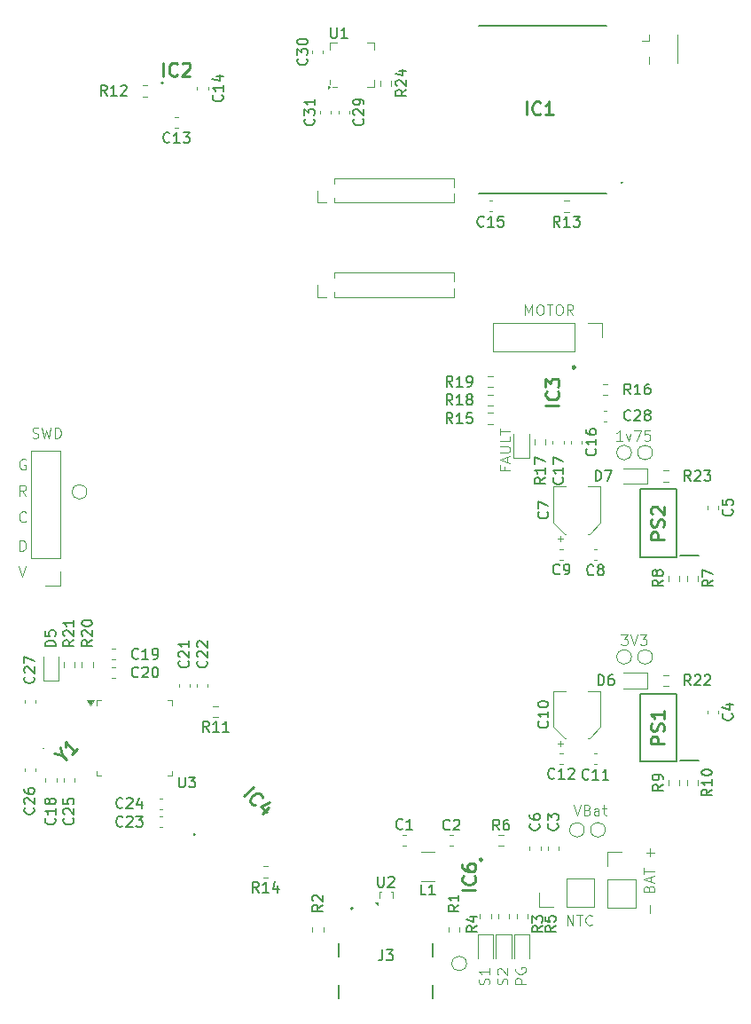
<source format=gbr>
%TF.GenerationSoftware,KiCad,Pcbnew,9.0.4*%
%TF.CreationDate,2025-09-22T08:36:52+02:00*%
%TF.ProjectId,SparrowCompass,53706172-726f-4774-936f-6d706173732e,rev?*%
%TF.SameCoordinates,Original*%
%TF.FileFunction,Legend,Top*%
%TF.FilePolarity,Positive*%
%FSLAX46Y46*%
G04 Gerber Fmt 4.6, Leading zero omitted, Abs format (unit mm)*
G04 Created by KiCad (PCBNEW 9.0.4) date 2025-09-22 08:36:52*
%MOMM*%
%LPD*%
G01*
G04 APERTURE LIST*
%ADD10C,0.100000*%
%ADD11C,0.150000*%
%ADD12C,0.254000*%
%ADD13C,0.120000*%
%ADD14C,0.200000*%
%ADD15C,0.250000*%
G04 APERTURE END LIST*
D10*
X167911027Y-117622419D02*
X168244360Y-118622419D01*
X168244360Y-118622419D02*
X168577693Y-117622419D01*
X169244360Y-118098609D02*
X169387217Y-118146228D01*
X169387217Y-118146228D02*
X169434836Y-118193847D01*
X169434836Y-118193847D02*
X169482455Y-118289085D01*
X169482455Y-118289085D02*
X169482455Y-118431942D01*
X169482455Y-118431942D02*
X169434836Y-118527180D01*
X169434836Y-118527180D02*
X169387217Y-118574800D01*
X169387217Y-118574800D02*
X169291979Y-118622419D01*
X169291979Y-118622419D02*
X168911027Y-118622419D01*
X168911027Y-118622419D02*
X168911027Y-117622419D01*
X168911027Y-117622419D02*
X169244360Y-117622419D01*
X169244360Y-117622419D02*
X169339598Y-117670038D01*
X169339598Y-117670038D02*
X169387217Y-117717657D01*
X169387217Y-117717657D02*
X169434836Y-117812895D01*
X169434836Y-117812895D02*
X169434836Y-117908133D01*
X169434836Y-117908133D02*
X169387217Y-118003371D01*
X169387217Y-118003371D02*
X169339598Y-118050990D01*
X169339598Y-118050990D02*
X169244360Y-118098609D01*
X169244360Y-118098609D02*
X168911027Y-118098609D01*
X170339598Y-118622419D02*
X170339598Y-118098609D01*
X170339598Y-118098609D02*
X170291979Y-118003371D01*
X170291979Y-118003371D02*
X170196741Y-117955752D01*
X170196741Y-117955752D02*
X170006265Y-117955752D01*
X170006265Y-117955752D02*
X169911027Y-118003371D01*
X170339598Y-118574800D02*
X170244360Y-118622419D01*
X170244360Y-118622419D02*
X170006265Y-118622419D01*
X170006265Y-118622419D02*
X169911027Y-118574800D01*
X169911027Y-118574800D02*
X169863408Y-118479561D01*
X169863408Y-118479561D02*
X169863408Y-118384323D01*
X169863408Y-118384323D02*
X169911027Y-118289085D01*
X169911027Y-118289085D02*
X170006265Y-118241466D01*
X170006265Y-118241466D02*
X170244360Y-118241466D01*
X170244360Y-118241466D02*
X170339598Y-118193847D01*
X170672932Y-117955752D02*
X171053884Y-117955752D01*
X170815789Y-117622419D02*
X170815789Y-118479561D01*
X170815789Y-118479561D02*
X170863408Y-118574800D01*
X170863408Y-118574800D02*
X170958646Y-118622419D01*
X170958646Y-118622419D02*
X171053884Y-118622419D01*
X172577693Y-82872419D02*
X172006265Y-82872419D01*
X172291979Y-82872419D02*
X172291979Y-81872419D01*
X172291979Y-81872419D02*
X172196741Y-82015276D01*
X172196741Y-82015276D02*
X172101503Y-82110514D01*
X172101503Y-82110514D02*
X172006265Y-82158133D01*
X172911027Y-82205752D02*
X173149122Y-82872419D01*
X173149122Y-82872419D02*
X173387217Y-82205752D01*
X173672932Y-81872419D02*
X174339598Y-81872419D01*
X174339598Y-81872419D02*
X173911027Y-82872419D01*
X175196741Y-81872419D02*
X174720551Y-81872419D01*
X174720551Y-81872419D02*
X174672932Y-82348609D01*
X174672932Y-82348609D02*
X174720551Y-82300990D01*
X174720551Y-82300990D02*
X174815789Y-82253371D01*
X174815789Y-82253371D02*
X175053884Y-82253371D01*
X175053884Y-82253371D02*
X175149122Y-82300990D01*
X175149122Y-82300990D02*
X175196741Y-82348609D01*
X175196741Y-82348609D02*
X175244360Y-82443847D01*
X175244360Y-82443847D02*
X175244360Y-82681942D01*
X175244360Y-82681942D02*
X175196741Y-82777180D01*
X175196741Y-82777180D02*
X175149122Y-82824800D01*
X175149122Y-82824800D02*
X175053884Y-82872419D01*
X175053884Y-82872419D02*
X174815789Y-82872419D01*
X174815789Y-82872419D02*
X174720551Y-82824800D01*
X174720551Y-82824800D02*
X174672932Y-82777180D01*
X115625312Y-90527180D02*
X115577693Y-90574800D01*
X115577693Y-90574800D02*
X115434836Y-90622419D01*
X115434836Y-90622419D02*
X115339598Y-90622419D01*
X115339598Y-90622419D02*
X115196741Y-90574800D01*
X115196741Y-90574800D02*
X115101503Y-90479561D01*
X115101503Y-90479561D02*
X115053884Y-90384323D01*
X115053884Y-90384323D02*
X115006265Y-90193847D01*
X115006265Y-90193847D02*
X115006265Y-90050990D01*
X115006265Y-90050990D02*
X115053884Y-89860514D01*
X115053884Y-89860514D02*
X115101503Y-89765276D01*
X115101503Y-89765276D02*
X115196741Y-89670038D01*
X115196741Y-89670038D02*
X115339598Y-89622419D01*
X115339598Y-89622419D02*
X115434836Y-89622419D01*
X115434836Y-89622419D02*
X115577693Y-89670038D01*
X115577693Y-89670038D02*
X115625312Y-89717657D01*
X172458646Y-101372419D02*
X173077693Y-101372419D01*
X173077693Y-101372419D02*
X172744360Y-101753371D01*
X172744360Y-101753371D02*
X172887217Y-101753371D01*
X172887217Y-101753371D02*
X172982455Y-101800990D01*
X172982455Y-101800990D02*
X173030074Y-101848609D01*
X173030074Y-101848609D02*
X173077693Y-101943847D01*
X173077693Y-101943847D02*
X173077693Y-102181942D01*
X173077693Y-102181942D02*
X173030074Y-102277180D01*
X173030074Y-102277180D02*
X172982455Y-102324800D01*
X172982455Y-102324800D02*
X172887217Y-102372419D01*
X172887217Y-102372419D02*
X172601503Y-102372419D01*
X172601503Y-102372419D02*
X172506265Y-102324800D01*
X172506265Y-102324800D02*
X172458646Y-102277180D01*
X173363408Y-101372419D02*
X173696741Y-102372419D01*
X173696741Y-102372419D02*
X174030074Y-101372419D01*
X174268170Y-101372419D02*
X174887217Y-101372419D01*
X174887217Y-101372419D02*
X174553884Y-101753371D01*
X174553884Y-101753371D02*
X174696741Y-101753371D01*
X174696741Y-101753371D02*
X174791979Y-101800990D01*
X174791979Y-101800990D02*
X174839598Y-101848609D01*
X174839598Y-101848609D02*
X174887217Y-101943847D01*
X174887217Y-101943847D02*
X174887217Y-102181942D01*
X174887217Y-102181942D02*
X174839598Y-102277180D01*
X174839598Y-102277180D02*
X174791979Y-102324800D01*
X174791979Y-102324800D02*
X174696741Y-102372419D01*
X174696741Y-102372419D02*
X174411027Y-102372419D01*
X174411027Y-102372419D02*
X174315789Y-102324800D01*
X174315789Y-102324800D02*
X174268170Y-102277180D01*
X115577693Y-84670038D02*
X115482455Y-84622419D01*
X115482455Y-84622419D02*
X115339598Y-84622419D01*
X115339598Y-84622419D02*
X115196741Y-84670038D01*
X115196741Y-84670038D02*
X115101503Y-84765276D01*
X115101503Y-84765276D02*
X115053884Y-84860514D01*
X115053884Y-84860514D02*
X115006265Y-85050990D01*
X115006265Y-85050990D02*
X115006265Y-85193847D01*
X115006265Y-85193847D02*
X115053884Y-85384323D01*
X115053884Y-85384323D02*
X115101503Y-85479561D01*
X115101503Y-85479561D02*
X115196741Y-85574800D01*
X115196741Y-85574800D02*
X115339598Y-85622419D01*
X115339598Y-85622419D02*
X115434836Y-85622419D01*
X115434836Y-85622419D02*
X115577693Y-85574800D01*
X115577693Y-85574800D02*
X115625312Y-85527180D01*
X115625312Y-85527180D02*
X115625312Y-85193847D01*
X115625312Y-85193847D02*
X115434836Y-85193847D01*
X175241466Y-127946115D02*
X175241466Y-127184211D01*
X175098609Y-125612782D02*
X175146228Y-125469925D01*
X175146228Y-125469925D02*
X175193847Y-125422306D01*
X175193847Y-125422306D02*
X175289085Y-125374687D01*
X175289085Y-125374687D02*
X175431942Y-125374687D01*
X175431942Y-125374687D02*
X175527180Y-125422306D01*
X175527180Y-125422306D02*
X175574800Y-125469925D01*
X175574800Y-125469925D02*
X175622419Y-125565163D01*
X175622419Y-125565163D02*
X175622419Y-125946115D01*
X175622419Y-125946115D02*
X174622419Y-125946115D01*
X174622419Y-125946115D02*
X174622419Y-125612782D01*
X174622419Y-125612782D02*
X174670038Y-125517544D01*
X174670038Y-125517544D02*
X174717657Y-125469925D01*
X174717657Y-125469925D02*
X174812895Y-125422306D01*
X174812895Y-125422306D02*
X174908133Y-125422306D01*
X174908133Y-125422306D02*
X175003371Y-125469925D01*
X175003371Y-125469925D02*
X175050990Y-125517544D01*
X175050990Y-125517544D02*
X175098609Y-125612782D01*
X175098609Y-125612782D02*
X175098609Y-125946115D01*
X175336704Y-124993734D02*
X175336704Y-124517544D01*
X175622419Y-125088972D02*
X174622419Y-124755639D01*
X174622419Y-124755639D02*
X175622419Y-124422306D01*
X174622419Y-124231829D02*
X174622419Y-123660401D01*
X175622419Y-123946115D02*
X174622419Y-123946115D01*
X175241466Y-122565162D02*
X175241466Y-121803258D01*
X175622419Y-122184210D02*
X174860514Y-122184210D01*
X115625312Y-88122419D02*
X115291979Y-87646228D01*
X115053884Y-88122419D02*
X115053884Y-87122419D01*
X115053884Y-87122419D02*
X115434836Y-87122419D01*
X115434836Y-87122419D02*
X115530074Y-87170038D01*
X115530074Y-87170038D02*
X115577693Y-87217657D01*
X115577693Y-87217657D02*
X115625312Y-87312895D01*
X115625312Y-87312895D02*
X115625312Y-87455752D01*
X115625312Y-87455752D02*
X115577693Y-87550990D01*
X115577693Y-87550990D02*
X115530074Y-87598609D01*
X115530074Y-87598609D02*
X115434836Y-87646228D01*
X115434836Y-87646228D02*
X115053884Y-87646228D01*
X161348609Y-85362782D02*
X161348609Y-85696115D01*
X161872419Y-85696115D02*
X160872419Y-85696115D01*
X160872419Y-85696115D02*
X160872419Y-85219925D01*
X161586704Y-84886591D02*
X161586704Y-84410401D01*
X161872419Y-84981829D02*
X160872419Y-84648496D01*
X160872419Y-84648496D02*
X161872419Y-84315163D01*
X160872419Y-83981829D02*
X161681942Y-83981829D01*
X161681942Y-83981829D02*
X161777180Y-83934210D01*
X161777180Y-83934210D02*
X161824800Y-83886591D01*
X161824800Y-83886591D02*
X161872419Y-83791353D01*
X161872419Y-83791353D02*
X161872419Y-83600877D01*
X161872419Y-83600877D02*
X161824800Y-83505639D01*
X161824800Y-83505639D02*
X161777180Y-83458020D01*
X161777180Y-83458020D02*
X161681942Y-83410401D01*
X161681942Y-83410401D02*
X160872419Y-83410401D01*
X161872419Y-82458020D02*
X161872419Y-82934210D01*
X161872419Y-82934210D02*
X160872419Y-82934210D01*
X160872419Y-82267543D02*
X160872419Y-81696115D01*
X161872419Y-81981829D02*
X160872419Y-81981829D01*
X115053884Y-93372419D02*
X115053884Y-92372419D01*
X115053884Y-92372419D02*
X115291979Y-92372419D01*
X115291979Y-92372419D02*
X115434836Y-92420038D01*
X115434836Y-92420038D02*
X115530074Y-92515276D01*
X115530074Y-92515276D02*
X115577693Y-92610514D01*
X115577693Y-92610514D02*
X115625312Y-92800990D01*
X115625312Y-92800990D02*
X115625312Y-92943847D01*
X115625312Y-92943847D02*
X115577693Y-93134323D01*
X115577693Y-93134323D02*
X115530074Y-93229561D01*
X115530074Y-93229561D02*
X115434836Y-93324800D01*
X115434836Y-93324800D02*
X115291979Y-93372419D01*
X115291979Y-93372419D02*
X115053884Y-93372419D01*
X114911027Y-94872419D02*
X115244360Y-95872419D01*
X115244360Y-95872419D02*
X115577693Y-94872419D01*
X163372419Y-134696115D02*
X162372419Y-134696115D01*
X162372419Y-134696115D02*
X162372419Y-134315163D01*
X162372419Y-134315163D02*
X162420038Y-134219925D01*
X162420038Y-134219925D02*
X162467657Y-134172306D01*
X162467657Y-134172306D02*
X162562895Y-134124687D01*
X162562895Y-134124687D02*
X162705752Y-134124687D01*
X162705752Y-134124687D02*
X162800990Y-134172306D01*
X162800990Y-134172306D02*
X162848609Y-134219925D01*
X162848609Y-134219925D02*
X162896228Y-134315163D01*
X162896228Y-134315163D02*
X162896228Y-134696115D01*
X162420038Y-133172306D02*
X162372419Y-133267544D01*
X162372419Y-133267544D02*
X162372419Y-133410401D01*
X162372419Y-133410401D02*
X162420038Y-133553258D01*
X162420038Y-133553258D02*
X162515276Y-133648496D01*
X162515276Y-133648496D02*
X162610514Y-133696115D01*
X162610514Y-133696115D02*
X162800990Y-133743734D01*
X162800990Y-133743734D02*
X162943847Y-133743734D01*
X162943847Y-133743734D02*
X163134323Y-133696115D01*
X163134323Y-133696115D02*
X163229561Y-133648496D01*
X163229561Y-133648496D02*
X163324800Y-133553258D01*
X163324800Y-133553258D02*
X163372419Y-133410401D01*
X163372419Y-133410401D02*
X163372419Y-133315163D01*
X163372419Y-133315163D02*
X163324800Y-133172306D01*
X163324800Y-133172306D02*
X163277180Y-133124687D01*
X163277180Y-133124687D02*
X162943847Y-133124687D01*
X162943847Y-133124687D02*
X162943847Y-133315163D01*
X116256265Y-82574800D02*
X116399122Y-82622419D01*
X116399122Y-82622419D02*
X116637217Y-82622419D01*
X116637217Y-82622419D02*
X116732455Y-82574800D01*
X116732455Y-82574800D02*
X116780074Y-82527180D01*
X116780074Y-82527180D02*
X116827693Y-82431942D01*
X116827693Y-82431942D02*
X116827693Y-82336704D01*
X116827693Y-82336704D02*
X116780074Y-82241466D01*
X116780074Y-82241466D02*
X116732455Y-82193847D01*
X116732455Y-82193847D02*
X116637217Y-82146228D01*
X116637217Y-82146228D02*
X116446741Y-82098609D01*
X116446741Y-82098609D02*
X116351503Y-82050990D01*
X116351503Y-82050990D02*
X116303884Y-82003371D01*
X116303884Y-82003371D02*
X116256265Y-81908133D01*
X116256265Y-81908133D02*
X116256265Y-81812895D01*
X116256265Y-81812895D02*
X116303884Y-81717657D01*
X116303884Y-81717657D02*
X116351503Y-81670038D01*
X116351503Y-81670038D02*
X116446741Y-81622419D01*
X116446741Y-81622419D02*
X116684836Y-81622419D01*
X116684836Y-81622419D02*
X116827693Y-81670038D01*
X117161027Y-81622419D02*
X117399122Y-82622419D01*
X117399122Y-82622419D02*
X117589598Y-81908133D01*
X117589598Y-81908133D02*
X117780074Y-82622419D01*
X117780074Y-82622419D02*
X118018170Y-81622419D01*
X118399122Y-82622419D02*
X118399122Y-81622419D01*
X118399122Y-81622419D02*
X118637217Y-81622419D01*
X118637217Y-81622419D02*
X118780074Y-81670038D01*
X118780074Y-81670038D02*
X118875312Y-81765276D01*
X118875312Y-81765276D02*
X118922931Y-81860514D01*
X118922931Y-81860514D02*
X118970550Y-82050990D01*
X118970550Y-82050990D02*
X118970550Y-82193847D01*
X118970550Y-82193847D02*
X118922931Y-82384323D01*
X118922931Y-82384323D02*
X118875312Y-82479561D01*
X118875312Y-82479561D02*
X118780074Y-82574800D01*
X118780074Y-82574800D02*
X118637217Y-82622419D01*
X118637217Y-82622419D02*
X118399122Y-82622419D01*
X159824800Y-134743734D02*
X159872419Y-134600877D01*
X159872419Y-134600877D02*
X159872419Y-134362782D01*
X159872419Y-134362782D02*
X159824800Y-134267544D01*
X159824800Y-134267544D02*
X159777180Y-134219925D01*
X159777180Y-134219925D02*
X159681942Y-134172306D01*
X159681942Y-134172306D02*
X159586704Y-134172306D01*
X159586704Y-134172306D02*
X159491466Y-134219925D01*
X159491466Y-134219925D02*
X159443847Y-134267544D01*
X159443847Y-134267544D02*
X159396228Y-134362782D01*
X159396228Y-134362782D02*
X159348609Y-134553258D01*
X159348609Y-134553258D02*
X159300990Y-134648496D01*
X159300990Y-134648496D02*
X159253371Y-134696115D01*
X159253371Y-134696115D02*
X159158133Y-134743734D01*
X159158133Y-134743734D02*
X159062895Y-134743734D01*
X159062895Y-134743734D02*
X158967657Y-134696115D01*
X158967657Y-134696115D02*
X158920038Y-134648496D01*
X158920038Y-134648496D02*
X158872419Y-134553258D01*
X158872419Y-134553258D02*
X158872419Y-134315163D01*
X158872419Y-134315163D02*
X158920038Y-134172306D01*
X159872419Y-133219925D02*
X159872419Y-133791353D01*
X159872419Y-133505639D02*
X158872419Y-133505639D01*
X158872419Y-133505639D02*
X159015276Y-133600877D01*
X159015276Y-133600877D02*
X159110514Y-133696115D01*
X159110514Y-133696115D02*
X159158133Y-133791353D01*
X163303884Y-70872419D02*
X163303884Y-69872419D01*
X163303884Y-69872419D02*
X163637217Y-70586704D01*
X163637217Y-70586704D02*
X163970550Y-69872419D01*
X163970550Y-69872419D02*
X163970550Y-70872419D01*
X164637217Y-69872419D02*
X164827693Y-69872419D01*
X164827693Y-69872419D02*
X164922931Y-69920038D01*
X164922931Y-69920038D02*
X165018169Y-70015276D01*
X165018169Y-70015276D02*
X165065788Y-70205752D01*
X165065788Y-70205752D02*
X165065788Y-70539085D01*
X165065788Y-70539085D02*
X165018169Y-70729561D01*
X165018169Y-70729561D02*
X164922931Y-70824800D01*
X164922931Y-70824800D02*
X164827693Y-70872419D01*
X164827693Y-70872419D02*
X164637217Y-70872419D01*
X164637217Y-70872419D02*
X164541979Y-70824800D01*
X164541979Y-70824800D02*
X164446741Y-70729561D01*
X164446741Y-70729561D02*
X164399122Y-70539085D01*
X164399122Y-70539085D02*
X164399122Y-70205752D01*
X164399122Y-70205752D02*
X164446741Y-70015276D01*
X164446741Y-70015276D02*
X164541979Y-69920038D01*
X164541979Y-69920038D02*
X164637217Y-69872419D01*
X165351503Y-69872419D02*
X165922931Y-69872419D01*
X165637217Y-70872419D02*
X165637217Y-69872419D01*
X166446741Y-69872419D02*
X166637217Y-69872419D01*
X166637217Y-69872419D02*
X166732455Y-69920038D01*
X166732455Y-69920038D02*
X166827693Y-70015276D01*
X166827693Y-70015276D02*
X166875312Y-70205752D01*
X166875312Y-70205752D02*
X166875312Y-70539085D01*
X166875312Y-70539085D02*
X166827693Y-70729561D01*
X166827693Y-70729561D02*
X166732455Y-70824800D01*
X166732455Y-70824800D02*
X166637217Y-70872419D01*
X166637217Y-70872419D02*
X166446741Y-70872419D01*
X166446741Y-70872419D02*
X166351503Y-70824800D01*
X166351503Y-70824800D02*
X166256265Y-70729561D01*
X166256265Y-70729561D02*
X166208646Y-70539085D01*
X166208646Y-70539085D02*
X166208646Y-70205752D01*
X166208646Y-70205752D02*
X166256265Y-70015276D01*
X166256265Y-70015276D02*
X166351503Y-69920038D01*
X166351503Y-69920038D02*
X166446741Y-69872419D01*
X167875312Y-70872419D02*
X167541979Y-70396228D01*
X167303884Y-70872419D02*
X167303884Y-69872419D01*
X167303884Y-69872419D02*
X167684836Y-69872419D01*
X167684836Y-69872419D02*
X167780074Y-69920038D01*
X167780074Y-69920038D02*
X167827693Y-69967657D01*
X167827693Y-69967657D02*
X167875312Y-70062895D01*
X167875312Y-70062895D02*
X167875312Y-70205752D01*
X167875312Y-70205752D02*
X167827693Y-70300990D01*
X167827693Y-70300990D02*
X167780074Y-70348609D01*
X167780074Y-70348609D02*
X167684836Y-70396228D01*
X167684836Y-70396228D02*
X167303884Y-70396228D01*
X167303884Y-129122419D02*
X167303884Y-128122419D01*
X167303884Y-128122419D02*
X167875312Y-129122419D01*
X167875312Y-129122419D02*
X167875312Y-128122419D01*
X168208646Y-128122419D02*
X168780074Y-128122419D01*
X168494360Y-129122419D02*
X168494360Y-128122419D01*
X169684836Y-129027180D02*
X169637217Y-129074800D01*
X169637217Y-129074800D02*
X169494360Y-129122419D01*
X169494360Y-129122419D02*
X169399122Y-129122419D01*
X169399122Y-129122419D02*
X169256265Y-129074800D01*
X169256265Y-129074800D02*
X169161027Y-128979561D01*
X169161027Y-128979561D02*
X169113408Y-128884323D01*
X169113408Y-128884323D02*
X169065789Y-128693847D01*
X169065789Y-128693847D02*
X169065789Y-128550990D01*
X169065789Y-128550990D02*
X169113408Y-128360514D01*
X169113408Y-128360514D02*
X169161027Y-128265276D01*
X169161027Y-128265276D02*
X169256265Y-128170038D01*
X169256265Y-128170038D02*
X169399122Y-128122419D01*
X169399122Y-128122419D02*
X169494360Y-128122419D01*
X169494360Y-128122419D02*
X169637217Y-128170038D01*
X169637217Y-128170038D02*
X169684836Y-128217657D01*
X161574800Y-134743734D02*
X161622419Y-134600877D01*
X161622419Y-134600877D02*
X161622419Y-134362782D01*
X161622419Y-134362782D02*
X161574800Y-134267544D01*
X161574800Y-134267544D02*
X161527180Y-134219925D01*
X161527180Y-134219925D02*
X161431942Y-134172306D01*
X161431942Y-134172306D02*
X161336704Y-134172306D01*
X161336704Y-134172306D02*
X161241466Y-134219925D01*
X161241466Y-134219925D02*
X161193847Y-134267544D01*
X161193847Y-134267544D02*
X161146228Y-134362782D01*
X161146228Y-134362782D02*
X161098609Y-134553258D01*
X161098609Y-134553258D02*
X161050990Y-134648496D01*
X161050990Y-134648496D02*
X161003371Y-134696115D01*
X161003371Y-134696115D02*
X160908133Y-134743734D01*
X160908133Y-134743734D02*
X160812895Y-134743734D01*
X160812895Y-134743734D02*
X160717657Y-134696115D01*
X160717657Y-134696115D02*
X160670038Y-134648496D01*
X160670038Y-134648496D02*
X160622419Y-134553258D01*
X160622419Y-134553258D02*
X160622419Y-134315163D01*
X160622419Y-134315163D02*
X160670038Y-134172306D01*
X160717657Y-133791353D02*
X160670038Y-133743734D01*
X160670038Y-133743734D02*
X160622419Y-133648496D01*
X160622419Y-133648496D02*
X160622419Y-133410401D01*
X160622419Y-133410401D02*
X160670038Y-133315163D01*
X160670038Y-133315163D02*
X160717657Y-133267544D01*
X160717657Y-133267544D02*
X160812895Y-133219925D01*
X160812895Y-133219925D02*
X160908133Y-133219925D01*
X160908133Y-133219925D02*
X161050990Y-133267544D01*
X161050990Y-133267544D02*
X161622419Y-133838972D01*
X161622419Y-133838972D02*
X161622419Y-133219925D01*
D11*
X147789580Y-52167857D02*
X147837200Y-52215476D01*
X147837200Y-52215476D02*
X147884819Y-52358333D01*
X147884819Y-52358333D02*
X147884819Y-52453571D01*
X147884819Y-52453571D02*
X147837200Y-52596428D01*
X147837200Y-52596428D02*
X147741961Y-52691666D01*
X147741961Y-52691666D02*
X147646723Y-52739285D01*
X147646723Y-52739285D02*
X147456247Y-52786904D01*
X147456247Y-52786904D02*
X147313390Y-52786904D01*
X147313390Y-52786904D02*
X147122914Y-52739285D01*
X147122914Y-52739285D02*
X147027676Y-52691666D01*
X147027676Y-52691666D02*
X146932438Y-52596428D01*
X146932438Y-52596428D02*
X146884819Y-52453571D01*
X146884819Y-52453571D02*
X146884819Y-52358333D01*
X146884819Y-52358333D02*
X146932438Y-52215476D01*
X146932438Y-52215476D02*
X146980057Y-52167857D01*
X146980057Y-51786904D02*
X146932438Y-51739285D01*
X146932438Y-51739285D02*
X146884819Y-51644047D01*
X146884819Y-51644047D02*
X146884819Y-51405952D01*
X146884819Y-51405952D02*
X146932438Y-51310714D01*
X146932438Y-51310714D02*
X146980057Y-51263095D01*
X146980057Y-51263095D02*
X147075295Y-51215476D01*
X147075295Y-51215476D02*
X147170533Y-51215476D01*
X147170533Y-51215476D02*
X147313390Y-51263095D01*
X147313390Y-51263095D02*
X147884819Y-51834523D01*
X147884819Y-51834523D02*
X147884819Y-51215476D01*
X147884819Y-50739285D02*
X147884819Y-50548809D01*
X147884819Y-50548809D02*
X147837200Y-50453571D01*
X147837200Y-50453571D02*
X147789580Y-50405952D01*
X147789580Y-50405952D02*
X147646723Y-50310714D01*
X147646723Y-50310714D02*
X147456247Y-50263095D01*
X147456247Y-50263095D02*
X147075295Y-50263095D01*
X147075295Y-50263095D02*
X146980057Y-50310714D01*
X146980057Y-50310714D02*
X146932438Y-50358333D01*
X146932438Y-50358333D02*
X146884819Y-50453571D01*
X146884819Y-50453571D02*
X146884819Y-50644047D01*
X146884819Y-50644047D02*
X146932438Y-50739285D01*
X146932438Y-50739285D02*
X146980057Y-50786904D01*
X146980057Y-50786904D02*
X147075295Y-50834523D01*
X147075295Y-50834523D02*
X147313390Y-50834523D01*
X147313390Y-50834523D02*
X147408628Y-50786904D01*
X147408628Y-50786904D02*
X147456247Y-50739285D01*
X147456247Y-50739285D02*
X147503866Y-50644047D01*
X147503866Y-50644047D02*
X147503866Y-50453571D01*
X147503866Y-50453571D02*
X147456247Y-50358333D01*
X147456247Y-50358333D02*
X147408628Y-50310714D01*
X147408628Y-50310714D02*
X147313390Y-50263095D01*
X144738095Y-43454819D02*
X144738095Y-44264342D01*
X144738095Y-44264342D02*
X144785714Y-44359580D01*
X144785714Y-44359580D02*
X144833333Y-44407200D01*
X144833333Y-44407200D02*
X144928571Y-44454819D01*
X144928571Y-44454819D02*
X145119047Y-44454819D01*
X145119047Y-44454819D02*
X145214285Y-44407200D01*
X145214285Y-44407200D02*
X145261904Y-44359580D01*
X145261904Y-44359580D02*
X145309523Y-44264342D01*
X145309523Y-44264342D02*
X145309523Y-43454819D01*
X146309523Y-44454819D02*
X145738095Y-44454819D01*
X146023809Y-44454819D02*
X146023809Y-43454819D01*
X146023809Y-43454819D02*
X145928571Y-43597676D01*
X145928571Y-43597676D02*
X145833333Y-43692914D01*
X145833333Y-43692914D02*
X145738095Y-43740533D01*
X151954819Y-49392857D02*
X151478628Y-49726190D01*
X151954819Y-49964285D02*
X150954819Y-49964285D01*
X150954819Y-49964285D02*
X150954819Y-49583333D01*
X150954819Y-49583333D02*
X151002438Y-49488095D01*
X151002438Y-49488095D02*
X151050057Y-49440476D01*
X151050057Y-49440476D02*
X151145295Y-49392857D01*
X151145295Y-49392857D02*
X151288152Y-49392857D01*
X151288152Y-49392857D02*
X151383390Y-49440476D01*
X151383390Y-49440476D02*
X151431009Y-49488095D01*
X151431009Y-49488095D02*
X151478628Y-49583333D01*
X151478628Y-49583333D02*
X151478628Y-49964285D01*
X151050057Y-49011904D02*
X151002438Y-48964285D01*
X151002438Y-48964285D02*
X150954819Y-48869047D01*
X150954819Y-48869047D02*
X150954819Y-48630952D01*
X150954819Y-48630952D02*
X151002438Y-48535714D01*
X151002438Y-48535714D02*
X151050057Y-48488095D01*
X151050057Y-48488095D02*
X151145295Y-48440476D01*
X151145295Y-48440476D02*
X151240533Y-48440476D01*
X151240533Y-48440476D02*
X151383390Y-48488095D01*
X151383390Y-48488095D02*
X151954819Y-49059523D01*
X151954819Y-49059523D02*
X151954819Y-48440476D01*
X151288152Y-47583333D02*
X151954819Y-47583333D01*
X150907200Y-47821428D02*
X151621485Y-48059523D01*
X151621485Y-48059523D02*
X151621485Y-47440476D01*
X143109580Y-52167857D02*
X143157200Y-52215476D01*
X143157200Y-52215476D02*
X143204819Y-52358333D01*
X143204819Y-52358333D02*
X143204819Y-52453571D01*
X143204819Y-52453571D02*
X143157200Y-52596428D01*
X143157200Y-52596428D02*
X143061961Y-52691666D01*
X143061961Y-52691666D02*
X142966723Y-52739285D01*
X142966723Y-52739285D02*
X142776247Y-52786904D01*
X142776247Y-52786904D02*
X142633390Y-52786904D01*
X142633390Y-52786904D02*
X142442914Y-52739285D01*
X142442914Y-52739285D02*
X142347676Y-52691666D01*
X142347676Y-52691666D02*
X142252438Y-52596428D01*
X142252438Y-52596428D02*
X142204819Y-52453571D01*
X142204819Y-52453571D02*
X142204819Y-52358333D01*
X142204819Y-52358333D02*
X142252438Y-52215476D01*
X142252438Y-52215476D02*
X142300057Y-52167857D01*
X142204819Y-51834523D02*
X142204819Y-51215476D01*
X142204819Y-51215476D02*
X142585771Y-51548809D01*
X142585771Y-51548809D02*
X142585771Y-51405952D01*
X142585771Y-51405952D02*
X142633390Y-51310714D01*
X142633390Y-51310714D02*
X142681009Y-51263095D01*
X142681009Y-51263095D02*
X142776247Y-51215476D01*
X142776247Y-51215476D02*
X143014342Y-51215476D01*
X143014342Y-51215476D02*
X143109580Y-51263095D01*
X143109580Y-51263095D02*
X143157200Y-51310714D01*
X143157200Y-51310714D02*
X143204819Y-51405952D01*
X143204819Y-51405952D02*
X143204819Y-51691666D01*
X143204819Y-51691666D02*
X143157200Y-51786904D01*
X143157200Y-51786904D02*
X143109580Y-51834523D01*
X143204819Y-50263095D02*
X143204819Y-50834523D01*
X143204819Y-50548809D02*
X142204819Y-50548809D01*
X142204819Y-50548809D02*
X142347676Y-50644047D01*
X142347676Y-50644047D02*
X142442914Y-50739285D01*
X142442914Y-50739285D02*
X142490533Y-50834523D01*
X142429580Y-46417857D02*
X142477200Y-46465476D01*
X142477200Y-46465476D02*
X142524819Y-46608333D01*
X142524819Y-46608333D02*
X142524819Y-46703571D01*
X142524819Y-46703571D02*
X142477200Y-46846428D01*
X142477200Y-46846428D02*
X142381961Y-46941666D01*
X142381961Y-46941666D02*
X142286723Y-46989285D01*
X142286723Y-46989285D02*
X142096247Y-47036904D01*
X142096247Y-47036904D02*
X141953390Y-47036904D01*
X141953390Y-47036904D02*
X141762914Y-46989285D01*
X141762914Y-46989285D02*
X141667676Y-46941666D01*
X141667676Y-46941666D02*
X141572438Y-46846428D01*
X141572438Y-46846428D02*
X141524819Y-46703571D01*
X141524819Y-46703571D02*
X141524819Y-46608333D01*
X141524819Y-46608333D02*
X141572438Y-46465476D01*
X141572438Y-46465476D02*
X141620057Y-46417857D01*
X141524819Y-46084523D02*
X141524819Y-45465476D01*
X141524819Y-45465476D02*
X141905771Y-45798809D01*
X141905771Y-45798809D02*
X141905771Y-45655952D01*
X141905771Y-45655952D02*
X141953390Y-45560714D01*
X141953390Y-45560714D02*
X142001009Y-45513095D01*
X142001009Y-45513095D02*
X142096247Y-45465476D01*
X142096247Y-45465476D02*
X142334342Y-45465476D01*
X142334342Y-45465476D02*
X142429580Y-45513095D01*
X142429580Y-45513095D02*
X142477200Y-45560714D01*
X142477200Y-45560714D02*
X142524819Y-45655952D01*
X142524819Y-45655952D02*
X142524819Y-45941666D01*
X142524819Y-45941666D02*
X142477200Y-46036904D01*
X142477200Y-46036904D02*
X142429580Y-46084523D01*
X141524819Y-44846428D02*
X141524819Y-44751190D01*
X141524819Y-44751190D02*
X141572438Y-44655952D01*
X141572438Y-44655952D02*
X141620057Y-44608333D01*
X141620057Y-44608333D02*
X141715295Y-44560714D01*
X141715295Y-44560714D02*
X141905771Y-44513095D01*
X141905771Y-44513095D02*
X142143866Y-44513095D01*
X142143866Y-44513095D02*
X142334342Y-44560714D01*
X142334342Y-44560714D02*
X142429580Y-44608333D01*
X142429580Y-44608333D02*
X142477200Y-44655952D01*
X142477200Y-44655952D02*
X142524819Y-44751190D01*
X142524819Y-44751190D02*
X142524819Y-44846428D01*
X142524819Y-44846428D02*
X142477200Y-44941666D01*
X142477200Y-44941666D02*
X142429580Y-44989285D01*
X142429580Y-44989285D02*
X142334342Y-45036904D01*
X142334342Y-45036904D02*
X142143866Y-45084523D01*
X142143866Y-45084523D02*
X141905771Y-45084523D01*
X141905771Y-45084523D02*
X141715295Y-45036904D01*
X141715295Y-45036904D02*
X141620057Y-44989285D01*
X141620057Y-44989285D02*
X141572438Y-44941666D01*
X141572438Y-44941666D02*
X141524819Y-44846428D01*
X151583333Y-119859580D02*
X151535714Y-119907200D01*
X151535714Y-119907200D02*
X151392857Y-119954819D01*
X151392857Y-119954819D02*
X151297619Y-119954819D01*
X151297619Y-119954819D02*
X151154762Y-119907200D01*
X151154762Y-119907200D02*
X151059524Y-119811961D01*
X151059524Y-119811961D02*
X151011905Y-119716723D01*
X151011905Y-119716723D02*
X150964286Y-119526247D01*
X150964286Y-119526247D02*
X150964286Y-119383390D01*
X150964286Y-119383390D02*
X151011905Y-119192914D01*
X151011905Y-119192914D02*
X151059524Y-119097676D01*
X151059524Y-119097676D02*
X151154762Y-119002438D01*
X151154762Y-119002438D02*
X151297619Y-118954819D01*
X151297619Y-118954819D02*
X151392857Y-118954819D01*
X151392857Y-118954819D02*
X151535714Y-119002438D01*
X151535714Y-119002438D02*
X151583333Y-119050057D01*
X152535714Y-119954819D02*
X151964286Y-119954819D01*
X152250000Y-119954819D02*
X152250000Y-118954819D01*
X152250000Y-118954819D02*
X152154762Y-119097676D01*
X152154762Y-119097676D02*
X152059524Y-119192914D01*
X152059524Y-119192914D02*
X151964286Y-119240533D01*
X124857142Y-117859580D02*
X124809523Y-117907200D01*
X124809523Y-117907200D02*
X124666666Y-117954819D01*
X124666666Y-117954819D02*
X124571428Y-117954819D01*
X124571428Y-117954819D02*
X124428571Y-117907200D01*
X124428571Y-117907200D02*
X124333333Y-117811961D01*
X124333333Y-117811961D02*
X124285714Y-117716723D01*
X124285714Y-117716723D02*
X124238095Y-117526247D01*
X124238095Y-117526247D02*
X124238095Y-117383390D01*
X124238095Y-117383390D02*
X124285714Y-117192914D01*
X124285714Y-117192914D02*
X124333333Y-117097676D01*
X124333333Y-117097676D02*
X124428571Y-117002438D01*
X124428571Y-117002438D02*
X124571428Y-116954819D01*
X124571428Y-116954819D02*
X124666666Y-116954819D01*
X124666666Y-116954819D02*
X124809523Y-117002438D01*
X124809523Y-117002438D02*
X124857142Y-117050057D01*
X125238095Y-117050057D02*
X125285714Y-117002438D01*
X125285714Y-117002438D02*
X125380952Y-116954819D01*
X125380952Y-116954819D02*
X125619047Y-116954819D01*
X125619047Y-116954819D02*
X125714285Y-117002438D01*
X125714285Y-117002438D02*
X125761904Y-117050057D01*
X125761904Y-117050057D02*
X125809523Y-117145295D01*
X125809523Y-117145295D02*
X125809523Y-117240533D01*
X125809523Y-117240533D02*
X125761904Y-117383390D01*
X125761904Y-117383390D02*
X125190476Y-117954819D01*
X125190476Y-117954819D02*
X125809523Y-117954819D01*
X126666666Y-117288152D02*
X126666666Y-117954819D01*
X126428571Y-116907200D02*
X126190476Y-117621485D01*
X126190476Y-117621485D02*
X126809523Y-117621485D01*
X156357142Y-81204819D02*
X156023809Y-80728628D01*
X155785714Y-81204819D02*
X155785714Y-80204819D01*
X155785714Y-80204819D02*
X156166666Y-80204819D01*
X156166666Y-80204819D02*
X156261904Y-80252438D01*
X156261904Y-80252438D02*
X156309523Y-80300057D01*
X156309523Y-80300057D02*
X156357142Y-80395295D01*
X156357142Y-80395295D02*
X156357142Y-80538152D01*
X156357142Y-80538152D02*
X156309523Y-80633390D01*
X156309523Y-80633390D02*
X156261904Y-80681009D01*
X156261904Y-80681009D02*
X156166666Y-80728628D01*
X156166666Y-80728628D02*
X155785714Y-80728628D01*
X157309523Y-81204819D02*
X156738095Y-81204819D01*
X157023809Y-81204819D02*
X157023809Y-80204819D01*
X157023809Y-80204819D02*
X156928571Y-80347676D01*
X156928571Y-80347676D02*
X156833333Y-80442914D01*
X156833333Y-80442914D02*
X156738095Y-80490533D01*
X158214285Y-80204819D02*
X157738095Y-80204819D01*
X157738095Y-80204819D02*
X157690476Y-80681009D01*
X157690476Y-80681009D02*
X157738095Y-80633390D01*
X157738095Y-80633390D02*
X157833333Y-80585771D01*
X157833333Y-80585771D02*
X158071428Y-80585771D01*
X158071428Y-80585771D02*
X158166666Y-80633390D01*
X158166666Y-80633390D02*
X158214285Y-80681009D01*
X158214285Y-80681009D02*
X158261904Y-80776247D01*
X158261904Y-80776247D02*
X158261904Y-81014342D01*
X158261904Y-81014342D02*
X158214285Y-81109580D01*
X158214285Y-81109580D02*
X158166666Y-81157200D01*
X158166666Y-81157200D02*
X158071428Y-81204819D01*
X158071428Y-81204819D02*
X157833333Y-81204819D01*
X157833333Y-81204819D02*
X157738095Y-81157200D01*
X157738095Y-81157200D02*
X157690476Y-81109580D01*
X153833333Y-126204819D02*
X153357143Y-126204819D01*
X153357143Y-126204819D02*
X153357143Y-125204819D01*
X154690476Y-126204819D02*
X154119048Y-126204819D01*
X154404762Y-126204819D02*
X154404762Y-125204819D01*
X154404762Y-125204819D02*
X154309524Y-125347676D01*
X154309524Y-125347676D02*
X154214286Y-125442914D01*
X154214286Y-125442914D02*
X154119048Y-125490533D01*
X123357142Y-49954819D02*
X123023809Y-49478628D01*
X122785714Y-49954819D02*
X122785714Y-48954819D01*
X122785714Y-48954819D02*
X123166666Y-48954819D01*
X123166666Y-48954819D02*
X123261904Y-49002438D01*
X123261904Y-49002438D02*
X123309523Y-49050057D01*
X123309523Y-49050057D02*
X123357142Y-49145295D01*
X123357142Y-49145295D02*
X123357142Y-49288152D01*
X123357142Y-49288152D02*
X123309523Y-49383390D01*
X123309523Y-49383390D02*
X123261904Y-49431009D01*
X123261904Y-49431009D02*
X123166666Y-49478628D01*
X123166666Y-49478628D02*
X122785714Y-49478628D01*
X124309523Y-49954819D02*
X123738095Y-49954819D01*
X124023809Y-49954819D02*
X124023809Y-48954819D01*
X124023809Y-48954819D02*
X123928571Y-49097676D01*
X123928571Y-49097676D02*
X123833333Y-49192914D01*
X123833333Y-49192914D02*
X123738095Y-49240533D01*
X124690476Y-49050057D02*
X124738095Y-49002438D01*
X124738095Y-49002438D02*
X124833333Y-48954819D01*
X124833333Y-48954819D02*
X125071428Y-48954819D01*
X125071428Y-48954819D02*
X125166666Y-49002438D01*
X125166666Y-49002438D02*
X125214285Y-49050057D01*
X125214285Y-49050057D02*
X125261904Y-49145295D01*
X125261904Y-49145295D02*
X125261904Y-49240533D01*
X125261904Y-49240533D02*
X125214285Y-49383390D01*
X125214285Y-49383390D02*
X124642857Y-49954819D01*
X124642857Y-49954819D02*
X125261904Y-49954819D01*
X166859580Y-86392857D02*
X166907200Y-86440476D01*
X166907200Y-86440476D02*
X166954819Y-86583333D01*
X166954819Y-86583333D02*
X166954819Y-86678571D01*
X166954819Y-86678571D02*
X166907200Y-86821428D01*
X166907200Y-86821428D02*
X166811961Y-86916666D01*
X166811961Y-86916666D02*
X166716723Y-86964285D01*
X166716723Y-86964285D02*
X166526247Y-87011904D01*
X166526247Y-87011904D02*
X166383390Y-87011904D01*
X166383390Y-87011904D02*
X166192914Y-86964285D01*
X166192914Y-86964285D02*
X166097676Y-86916666D01*
X166097676Y-86916666D02*
X166002438Y-86821428D01*
X166002438Y-86821428D02*
X165954819Y-86678571D01*
X165954819Y-86678571D02*
X165954819Y-86583333D01*
X165954819Y-86583333D02*
X166002438Y-86440476D01*
X166002438Y-86440476D02*
X166050057Y-86392857D01*
X166954819Y-85440476D02*
X166954819Y-86011904D01*
X166954819Y-85726190D02*
X165954819Y-85726190D01*
X165954819Y-85726190D02*
X166097676Y-85821428D01*
X166097676Y-85821428D02*
X166192914Y-85916666D01*
X166192914Y-85916666D02*
X166240533Y-86011904D01*
X165954819Y-85107142D02*
X165954819Y-84440476D01*
X165954819Y-84440476D02*
X166954819Y-84869047D01*
X160833333Y-120024819D02*
X160500000Y-119548628D01*
X160261905Y-120024819D02*
X160261905Y-119024819D01*
X160261905Y-119024819D02*
X160642857Y-119024819D01*
X160642857Y-119024819D02*
X160738095Y-119072438D01*
X160738095Y-119072438D02*
X160785714Y-119120057D01*
X160785714Y-119120057D02*
X160833333Y-119215295D01*
X160833333Y-119215295D02*
X160833333Y-119358152D01*
X160833333Y-119358152D02*
X160785714Y-119453390D01*
X160785714Y-119453390D02*
X160738095Y-119501009D01*
X160738095Y-119501009D02*
X160642857Y-119548628D01*
X160642857Y-119548628D02*
X160261905Y-119548628D01*
X161690476Y-119024819D02*
X161500000Y-119024819D01*
X161500000Y-119024819D02*
X161404762Y-119072438D01*
X161404762Y-119072438D02*
X161357143Y-119120057D01*
X161357143Y-119120057D02*
X161261905Y-119262914D01*
X161261905Y-119262914D02*
X161214286Y-119453390D01*
X161214286Y-119453390D02*
X161214286Y-119834342D01*
X161214286Y-119834342D02*
X161261905Y-119929580D01*
X161261905Y-119929580D02*
X161309524Y-119977200D01*
X161309524Y-119977200D02*
X161404762Y-120024819D01*
X161404762Y-120024819D02*
X161595238Y-120024819D01*
X161595238Y-120024819D02*
X161690476Y-119977200D01*
X161690476Y-119977200D02*
X161738095Y-119929580D01*
X161738095Y-119929580D02*
X161785714Y-119834342D01*
X161785714Y-119834342D02*
X161785714Y-119596247D01*
X161785714Y-119596247D02*
X161738095Y-119501009D01*
X161738095Y-119501009D02*
X161690476Y-119453390D01*
X161690476Y-119453390D02*
X161595238Y-119405771D01*
X161595238Y-119405771D02*
X161404762Y-119405771D01*
X161404762Y-119405771D02*
X161309524Y-119453390D01*
X161309524Y-119453390D02*
X161261905Y-119501009D01*
X161261905Y-119501009D02*
X161214286Y-119596247D01*
X149238095Y-124454819D02*
X149238095Y-125264342D01*
X149238095Y-125264342D02*
X149285714Y-125359580D01*
X149285714Y-125359580D02*
X149333333Y-125407200D01*
X149333333Y-125407200D02*
X149428571Y-125454819D01*
X149428571Y-125454819D02*
X149619047Y-125454819D01*
X149619047Y-125454819D02*
X149714285Y-125407200D01*
X149714285Y-125407200D02*
X149761904Y-125359580D01*
X149761904Y-125359580D02*
X149809523Y-125264342D01*
X149809523Y-125264342D02*
X149809523Y-124454819D01*
X150238095Y-124550057D02*
X150285714Y-124502438D01*
X150285714Y-124502438D02*
X150380952Y-124454819D01*
X150380952Y-124454819D02*
X150619047Y-124454819D01*
X150619047Y-124454819D02*
X150714285Y-124502438D01*
X150714285Y-124502438D02*
X150761904Y-124550057D01*
X150761904Y-124550057D02*
X150809523Y-124645295D01*
X150809523Y-124645295D02*
X150809523Y-124740533D01*
X150809523Y-124740533D02*
X150761904Y-124883390D01*
X150761904Y-124883390D02*
X150190476Y-125454819D01*
X150190476Y-125454819D02*
X150809523Y-125454819D01*
X121954819Y-101892857D02*
X121478628Y-102226190D01*
X121954819Y-102464285D02*
X120954819Y-102464285D01*
X120954819Y-102464285D02*
X120954819Y-102083333D01*
X120954819Y-102083333D02*
X121002438Y-101988095D01*
X121002438Y-101988095D02*
X121050057Y-101940476D01*
X121050057Y-101940476D02*
X121145295Y-101892857D01*
X121145295Y-101892857D02*
X121288152Y-101892857D01*
X121288152Y-101892857D02*
X121383390Y-101940476D01*
X121383390Y-101940476D02*
X121431009Y-101988095D01*
X121431009Y-101988095D02*
X121478628Y-102083333D01*
X121478628Y-102083333D02*
X121478628Y-102464285D01*
X121050057Y-101511904D02*
X121002438Y-101464285D01*
X121002438Y-101464285D02*
X120954819Y-101369047D01*
X120954819Y-101369047D02*
X120954819Y-101130952D01*
X120954819Y-101130952D02*
X121002438Y-101035714D01*
X121002438Y-101035714D02*
X121050057Y-100988095D01*
X121050057Y-100988095D02*
X121145295Y-100940476D01*
X121145295Y-100940476D02*
X121240533Y-100940476D01*
X121240533Y-100940476D02*
X121383390Y-100988095D01*
X121383390Y-100988095D02*
X121954819Y-101559523D01*
X121954819Y-101559523D02*
X121954819Y-100940476D01*
X120954819Y-100321428D02*
X120954819Y-100226190D01*
X120954819Y-100226190D02*
X121002438Y-100130952D01*
X121002438Y-100130952D02*
X121050057Y-100083333D01*
X121050057Y-100083333D02*
X121145295Y-100035714D01*
X121145295Y-100035714D02*
X121335771Y-99988095D01*
X121335771Y-99988095D02*
X121573866Y-99988095D01*
X121573866Y-99988095D02*
X121764342Y-100035714D01*
X121764342Y-100035714D02*
X121859580Y-100083333D01*
X121859580Y-100083333D02*
X121907200Y-100130952D01*
X121907200Y-100130952D02*
X121954819Y-100226190D01*
X121954819Y-100226190D02*
X121954819Y-100321428D01*
X121954819Y-100321428D02*
X121907200Y-100416666D01*
X121907200Y-100416666D02*
X121859580Y-100464285D01*
X121859580Y-100464285D02*
X121764342Y-100511904D01*
X121764342Y-100511904D02*
X121573866Y-100559523D01*
X121573866Y-100559523D02*
X121335771Y-100559523D01*
X121335771Y-100559523D02*
X121145295Y-100511904D01*
X121145295Y-100511904D02*
X121050057Y-100464285D01*
X121050057Y-100464285D02*
X121002438Y-100416666D01*
X121002438Y-100416666D02*
X120954819Y-100321428D01*
X131109580Y-103892857D02*
X131157200Y-103940476D01*
X131157200Y-103940476D02*
X131204819Y-104083333D01*
X131204819Y-104083333D02*
X131204819Y-104178571D01*
X131204819Y-104178571D02*
X131157200Y-104321428D01*
X131157200Y-104321428D02*
X131061961Y-104416666D01*
X131061961Y-104416666D02*
X130966723Y-104464285D01*
X130966723Y-104464285D02*
X130776247Y-104511904D01*
X130776247Y-104511904D02*
X130633390Y-104511904D01*
X130633390Y-104511904D02*
X130442914Y-104464285D01*
X130442914Y-104464285D02*
X130347676Y-104416666D01*
X130347676Y-104416666D02*
X130252438Y-104321428D01*
X130252438Y-104321428D02*
X130204819Y-104178571D01*
X130204819Y-104178571D02*
X130204819Y-104083333D01*
X130204819Y-104083333D02*
X130252438Y-103940476D01*
X130252438Y-103940476D02*
X130300057Y-103892857D01*
X130300057Y-103511904D02*
X130252438Y-103464285D01*
X130252438Y-103464285D02*
X130204819Y-103369047D01*
X130204819Y-103369047D02*
X130204819Y-103130952D01*
X130204819Y-103130952D02*
X130252438Y-103035714D01*
X130252438Y-103035714D02*
X130300057Y-102988095D01*
X130300057Y-102988095D02*
X130395295Y-102940476D01*
X130395295Y-102940476D02*
X130490533Y-102940476D01*
X130490533Y-102940476D02*
X130633390Y-102988095D01*
X130633390Y-102988095D02*
X131204819Y-103559523D01*
X131204819Y-103559523D02*
X131204819Y-102940476D01*
X131204819Y-101988095D02*
X131204819Y-102559523D01*
X131204819Y-102273809D02*
X130204819Y-102273809D01*
X130204819Y-102273809D02*
X130347676Y-102369047D01*
X130347676Y-102369047D02*
X130442914Y-102464285D01*
X130442914Y-102464285D02*
X130490533Y-102559523D01*
X159357142Y-62359580D02*
X159309523Y-62407200D01*
X159309523Y-62407200D02*
X159166666Y-62454819D01*
X159166666Y-62454819D02*
X159071428Y-62454819D01*
X159071428Y-62454819D02*
X158928571Y-62407200D01*
X158928571Y-62407200D02*
X158833333Y-62311961D01*
X158833333Y-62311961D02*
X158785714Y-62216723D01*
X158785714Y-62216723D02*
X158738095Y-62026247D01*
X158738095Y-62026247D02*
X158738095Y-61883390D01*
X158738095Y-61883390D02*
X158785714Y-61692914D01*
X158785714Y-61692914D02*
X158833333Y-61597676D01*
X158833333Y-61597676D02*
X158928571Y-61502438D01*
X158928571Y-61502438D02*
X159071428Y-61454819D01*
X159071428Y-61454819D02*
X159166666Y-61454819D01*
X159166666Y-61454819D02*
X159309523Y-61502438D01*
X159309523Y-61502438D02*
X159357142Y-61550057D01*
X160309523Y-62454819D02*
X159738095Y-62454819D01*
X160023809Y-62454819D02*
X160023809Y-61454819D01*
X160023809Y-61454819D02*
X159928571Y-61597676D01*
X159928571Y-61597676D02*
X159833333Y-61692914D01*
X159833333Y-61692914D02*
X159738095Y-61740533D01*
X161214285Y-61454819D02*
X160738095Y-61454819D01*
X160738095Y-61454819D02*
X160690476Y-61931009D01*
X160690476Y-61931009D02*
X160738095Y-61883390D01*
X160738095Y-61883390D02*
X160833333Y-61835771D01*
X160833333Y-61835771D02*
X161071428Y-61835771D01*
X161071428Y-61835771D02*
X161166666Y-61883390D01*
X161166666Y-61883390D02*
X161214285Y-61931009D01*
X161214285Y-61931009D02*
X161261904Y-62026247D01*
X161261904Y-62026247D02*
X161261904Y-62264342D01*
X161261904Y-62264342D02*
X161214285Y-62359580D01*
X161214285Y-62359580D02*
X161166666Y-62407200D01*
X161166666Y-62407200D02*
X161071428Y-62454819D01*
X161071428Y-62454819D02*
X160833333Y-62454819D01*
X160833333Y-62454819D02*
X160738095Y-62407200D01*
X160738095Y-62407200D02*
X160690476Y-62359580D01*
X169357142Y-115109580D02*
X169309523Y-115157200D01*
X169309523Y-115157200D02*
X169166666Y-115204819D01*
X169166666Y-115204819D02*
X169071428Y-115204819D01*
X169071428Y-115204819D02*
X168928571Y-115157200D01*
X168928571Y-115157200D02*
X168833333Y-115061961D01*
X168833333Y-115061961D02*
X168785714Y-114966723D01*
X168785714Y-114966723D02*
X168738095Y-114776247D01*
X168738095Y-114776247D02*
X168738095Y-114633390D01*
X168738095Y-114633390D02*
X168785714Y-114442914D01*
X168785714Y-114442914D02*
X168833333Y-114347676D01*
X168833333Y-114347676D02*
X168928571Y-114252438D01*
X168928571Y-114252438D02*
X169071428Y-114204819D01*
X169071428Y-114204819D02*
X169166666Y-114204819D01*
X169166666Y-114204819D02*
X169309523Y-114252438D01*
X169309523Y-114252438D02*
X169357142Y-114300057D01*
X170309523Y-115204819D02*
X169738095Y-115204819D01*
X170023809Y-115204819D02*
X170023809Y-114204819D01*
X170023809Y-114204819D02*
X169928571Y-114347676D01*
X169928571Y-114347676D02*
X169833333Y-114442914D01*
X169833333Y-114442914D02*
X169738095Y-114490533D01*
X171261904Y-115204819D02*
X170690476Y-115204819D01*
X170976190Y-115204819D02*
X170976190Y-114204819D01*
X170976190Y-114204819D02*
X170880952Y-114347676D01*
X170880952Y-114347676D02*
X170785714Y-114442914D01*
X170785714Y-114442914D02*
X170690476Y-114490533D01*
X120204819Y-101892857D02*
X119728628Y-102226190D01*
X120204819Y-102464285D02*
X119204819Y-102464285D01*
X119204819Y-102464285D02*
X119204819Y-102083333D01*
X119204819Y-102083333D02*
X119252438Y-101988095D01*
X119252438Y-101988095D02*
X119300057Y-101940476D01*
X119300057Y-101940476D02*
X119395295Y-101892857D01*
X119395295Y-101892857D02*
X119538152Y-101892857D01*
X119538152Y-101892857D02*
X119633390Y-101940476D01*
X119633390Y-101940476D02*
X119681009Y-101988095D01*
X119681009Y-101988095D02*
X119728628Y-102083333D01*
X119728628Y-102083333D02*
X119728628Y-102464285D01*
X119300057Y-101511904D02*
X119252438Y-101464285D01*
X119252438Y-101464285D02*
X119204819Y-101369047D01*
X119204819Y-101369047D02*
X119204819Y-101130952D01*
X119204819Y-101130952D02*
X119252438Y-101035714D01*
X119252438Y-101035714D02*
X119300057Y-100988095D01*
X119300057Y-100988095D02*
X119395295Y-100940476D01*
X119395295Y-100940476D02*
X119490533Y-100940476D01*
X119490533Y-100940476D02*
X119633390Y-100988095D01*
X119633390Y-100988095D02*
X120204819Y-101559523D01*
X120204819Y-101559523D02*
X120204819Y-100940476D01*
X120204819Y-99988095D02*
X120204819Y-100559523D01*
X120204819Y-100273809D02*
X119204819Y-100273809D01*
X119204819Y-100273809D02*
X119347676Y-100369047D01*
X119347676Y-100369047D02*
X119442914Y-100464285D01*
X119442914Y-100464285D02*
X119490533Y-100559523D01*
X166583333Y-95539580D02*
X166535714Y-95587200D01*
X166535714Y-95587200D02*
X166392857Y-95634819D01*
X166392857Y-95634819D02*
X166297619Y-95634819D01*
X166297619Y-95634819D02*
X166154762Y-95587200D01*
X166154762Y-95587200D02*
X166059524Y-95491961D01*
X166059524Y-95491961D02*
X166011905Y-95396723D01*
X166011905Y-95396723D02*
X165964286Y-95206247D01*
X165964286Y-95206247D02*
X165964286Y-95063390D01*
X165964286Y-95063390D02*
X166011905Y-94872914D01*
X166011905Y-94872914D02*
X166059524Y-94777676D01*
X166059524Y-94777676D02*
X166154762Y-94682438D01*
X166154762Y-94682438D02*
X166297619Y-94634819D01*
X166297619Y-94634819D02*
X166392857Y-94634819D01*
X166392857Y-94634819D02*
X166535714Y-94682438D01*
X166535714Y-94682438D02*
X166583333Y-94730057D01*
X167059524Y-95634819D02*
X167250000Y-95634819D01*
X167250000Y-95634819D02*
X167345238Y-95587200D01*
X167345238Y-95587200D02*
X167392857Y-95539580D01*
X167392857Y-95539580D02*
X167488095Y-95396723D01*
X167488095Y-95396723D02*
X167535714Y-95206247D01*
X167535714Y-95206247D02*
X167535714Y-94825295D01*
X167535714Y-94825295D02*
X167488095Y-94730057D01*
X167488095Y-94730057D02*
X167440476Y-94682438D01*
X167440476Y-94682438D02*
X167345238Y-94634819D01*
X167345238Y-94634819D02*
X167154762Y-94634819D01*
X167154762Y-94634819D02*
X167059524Y-94682438D01*
X167059524Y-94682438D02*
X167011905Y-94730057D01*
X167011905Y-94730057D02*
X166964286Y-94825295D01*
X166964286Y-94825295D02*
X166964286Y-95063390D01*
X166964286Y-95063390D02*
X167011905Y-95158628D01*
X167011905Y-95158628D02*
X167059524Y-95206247D01*
X167059524Y-95206247D02*
X167154762Y-95253866D01*
X167154762Y-95253866D02*
X167345238Y-95253866D01*
X167345238Y-95253866D02*
X167440476Y-95206247D01*
X167440476Y-95206247D02*
X167488095Y-95158628D01*
X167488095Y-95158628D02*
X167535714Y-95063390D01*
X165409580Y-89666666D02*
X165457200Y-89714285D01*
X165457200Y-89714285D02*
X165504819Y-89857142D01*
X165504819Y-89857142D02*
X165504819Y-89952380D01*
X165504819Y-89952380D02*
X165457200Y-90095237D01*
X165457200Y-90095237D02*
X165361961Y-90190475D01*
X165361961Y-90190475D02*
X165266723Y-90238094D01*
X165266723Y-90238094D02*
X165076247Y-90285713D01*
X165076247Y-90285713D02*
X164933390Y-90285713D01*
X164933390Y-90285713D02*
X164742914Y-90238094D01*
X164742914Y-90238094D02*
X164647676Y-90190475D01*
X164647676Y-90190475D02*
X164552438Y-90095237D01*
X164552438Y-90095237D02*
X164504819Y-89952380D01*
X164504819Y-89952380D02*
X164504819Y-89857142D01*
X164504819Y-89857142D02*
X164552438Y-89714285D01*
X164552438Y-89714285D02*
X164600057Y-89666666D01*
X164504819Y-89333332D02*
X164504819Y-88666666D01*
X164504819Y-88666666D02*
X165504819Y-89095237D01*
D12*
X119050842Y-112906103D02*
X119478473Y-113333735D01*
X118281105Y-112735051D02*
X119050842Y-112906103D01*
X119050842Y-112906103D02*
X118879789Y-112136367D01*
X120547551Y-112264657D02*
X120034393Y-112777814D01*
X120290972Y-112521236D02*
X119392946Y-111623210D01*
X119392946Y-111623210D02*
X119435710Y-111837026D01*
X119435710Y-111837026D02*
X119435710Y-112008078D01*
X119435710Y-112008078D02*
X119392946Y-112136367D01*
D11*
X166359580Y-119416666D02*
X166407200Y-119464285D01*
X166407200Y-119464285D02*
X166454819Y-119607142D01*
X166454819Y-119607142D02*
X166454819Y-119702380D01*
X166454819Y-119702380D02*
X166407200Y-119845237D01*
X166407200Y-119845237D02*
X166311961Y-119940475D01*
X166311961Y-119940475D02*
X166216723Y-119988094D01*
X166216723Y-119988094D02*
X166026247Y-120035713D01*
X166026247Y-120035713D02*
X165883390Y-120035713D01*
X165883390Y-120035713D02*
X165692914Y-119988094D01*
X165692914Y-119988094D02*
X165597676Y-119940475D01*
X165597676Y-119940475D02*
X165502438Y-119845237D01*
X165502438Y-119845237D02*
X165454819Y-119702380D01*
X165454819Y-119702380D02*
X165454819Y-119607142D01*
X165454819Y-119607142D02*
X165502438Y-119464285D01*
X165502438Y-119464285D02*
X165550057Y-119416666D01*
X165454819Y-119083332D02*
X165454819Y-118464285D01*
X165454819Y-118464285D02*
X165835771Y-118797618D01*
X165835771Y-118797618D02*
X165835771Y-118654761D01*
X165835771Y-118654761D02*
X165883390Y-118559523D01*
X165883390Y-118559523D02*
X165931009Y-118511904D01*
X165931009Y-118511904D02*
X166026247Y-118464285D01*
X166026247Y-118464285D02*
X166264342Y-118464285D01*
X166264342Y-118464285D02*
X166359580Y-118511904D01*
X166359580Y-118511904D02*
X166407200Y-118559523D01*
X166407200Y-118559523D02*
X166454819Y-118654761D01*
X166454819Y-118654761D02*
X166454819Y-118940475D01*
X166454819Y-118940475D02*
X166407200Y-119035713D01*
X166407200Y-119035713D02*
X166359580Y-119083332D01*
X183039580Y-89416666D02*
X183087200Y-89464285D01*
X183087200Y-89464285D02*
X183134819Y-89607142D01*
X183134819Y-89607142D02*
X183134819Y-89702380D01*
X183134819Y-89702380D02*
X183087200Y-89845237D01*
X183087200Y-89845237D02*
X182991961Y-89940475D01*
X182991961Y-89940475D02*
X182896723Y-89988094D01*
X182896723Y-89988094D02*
X182706247Y-90035713D01*
X182706247Y-90035713D02*
X182563390Y-90035713D01*
X182563390Y-90035713D02*
X182372914Y-89988094D01*
X182372914Y-89988094D02*
X182277676Y-89940475D01*
X182277676Y-89940475D02*
X182182438Y-89845237D01*
X182182438Y-89845237D02*
X182134819Y-89702380D01*
X182134819Y-89702380D02*
X182134819Y-89607142D01*
X182134819Y-89607142D02*
X182182438Y-89464285D01*
X182182438Y-89464285D02*
X182230057Y-89416666D01*
X182134819Y-88511904D02*
X182134819Y-88988094D01*
X182134819Y-88988094D02*
X182611009Y-89035713D01*
X182611009Y-89035713D02*
X182563390Y-88988094D01*
X182563390Y-88988094D02*
X182515771Y-88892856D01*
X182515771Y-88892856D02*
X182515771Y-88654761D01*
X182515771Y-88654761D02*
X182563390Y-88559523D01*
X182563390Y-88559523D02*
X182611009Y-88511904D01*
X182611009Y-88511904D02*
X182706247Y-88464285D01*
X182706247Y-88464285D02*
X182944342Y-88464285D01*
X182944342Y-88464285D02*
X183039580Y-88511904D01*
X183039580Y-88511904D02*
X183087200Y-88559523D01*
X183087200Y-88559523D02*
X183134819Y-88654761D01*
X183134819Y-88654761D02*
X183134819Y-88892856D01*
X183134819Y-88892856D02*
X183087200Y-88988094D01*
X183087200Y-88988094D02*
X183039580Y-89035713D01*
D12*
X176574318Y-92292143D02*
X175304318Y-92292143D01*
X175304318Y-92292143D02*
X175304318Y-91808333D01*
X175304318Y-91808333D02*
X175364794Y-91687381D01*
X175364794Y-91687381D02*
X175425270Y-91626904D01*
X175425270Y-91626904D02*
X175546222Y-91566428D01*
X175546222Y-91566428D02*
X175727651Y-91566428D01*
X175727651Y-91566428D02*
X175848603Y-91626904D01*
X175848603Y-91626904D02*
X175909080Y-91687381D01*
X175909080Y-91687381D02*
X175969556Y-91808333D01*
X175969556Y-91808333D02*
X175969556Y-92292143D01*
X176513842Y-91082619D02*
X176574318Y-90901190D01*
X176574318Y-90901190D02*
X176574318Y-90598809D01*
X176574318Y-90598809D02*
X176513842Y-90477857D01*
X176513842Y-90477857D02*
X176453365Y-90417381D01*
X176453365Y-90417381D02*
X176332413Y-90356904D01*
X176332413Y-90356904D02*
X176211461Y-90356904D01*
X176211461Y-90356904D02*
X176090508Y-90417381D01*
X176090508Y-90417381D02*
X176030032Y-90477857D01*
X176030032Y-90477857D02*
X175969556Y-90598809D01*
X175969556Y-90598809D02*
X175909080Y-90840714D01*
X175909080Y-90840714D02*
X175848603Y-90961666D01*
X175848603Y-90961666D02*
X175788127Y-91022143D01*
X175788127Y-91022143D02*
X175667175Y-91082619D01*
X175667175Y-91082619D02*
X175546222Y-91082619D01*
X175546222Y-91082619D02*
X175425270Y-91022143D01*
X175425270Y-91022143D02*
X175364794Y-90961666D01*
X175364794Y-90961666D02*
X175304318Y-90840714D01*
X175304318Y-90840714D02*
X175304318Y-90538333D01*
X175304318Y-90538333D02*
X175364794Y-90356904D01*
X175425270Y-89873095D02*
X175364794Y-89812619D01*
X175364794Y-89812619D02*
X175304318Y-89691666D01*
X175304318Y-89691666D02*
X175304318Y-89389285D01*
X175304318Y-89389285D02*
X175364794Y-89268333D01*
X175364794Y-89268333D02*
X175425270Y-89207857D01*
X175425270Y-89207857D02*
X175546222Y-89147380D01*
X175546222Y-89147380D02*
X175667175Y-89147380D01*
X175667175Y-89147380D02*
X175848603Y-89207857D01*
X175848603Y-89207857D02*
X176574318Y-89933571D01*
X176574318Y-89933571D02*
X176574318Y-89147380D01*
D11*
X132859580Y-103892857D02*
X132907200Y-103940476D01*
X132907200Y-103940476D02*
X132954819Y-104083333D01*
X132954819Y-104083333D02*
X132954819Y-104178571D01*
X132954819Y-104178571D02*
X132907200Y-104321428D01*
X132907200Y-104321428D02*
X132811961Y-104416666D01*
X132811961Y-104416666D02*
X132716723Y-104464285D01*
X132716723Y-104464285D02*
X132526247Y-104511904D01*
X132526247Y-104511904D02*
X132383390Y-104511904D01*
X132383390Y-104511904D02*
X132192914Y-104464285D01*
X132192914Y-104464285D02*
X132097676Y-104416666D01*
X132097676Y-104416666D02*
X132002438Y-104321428D01*
X132002438Y-104321428D02*
X131954819Y-104178571D01*
X131954819Y-104178571D02*
X131954819Y-104083333D01*
X131954819Y-104083333D02*
X132002438Y-103940476D01*
X132002438Y-103940476D02*
X132050057Y-103892857D01*
X132050057Y-103511904D02*
X132002438Y-103464285D01*
X132002438Y-103464285D02*
X131954819Y-103369047D01*
X131954819Y-103369047D02*
X131954819Y-103130952D01*
X131954819Y-103130952D02*
X132002438Y-103035714D01*
X132002438Y-103035714D02*
X132050057Y-102988095D01*
X132050057Y-102988095D02*
X132145295Y-102940476D01*
X132145295Y-102940476D02*
X132240533Y-102940476D01*
X132240533Y-102940476D02*
X132383390Y-102988095D01*
X132383390Y-102988095D02*
X132954819Y-103559523D01*
X132954819Y-103559523D02*
X132954819Y-102940476D01*
X132050057Y-102559523D02*
X132002438Y-102511904D01*
X132002438Y-102511904D02*
X131954819Y-102416666D01*
X131954819Y-102416666D02*
X131954819Y-102178571D01*
X131954819Y-102178571D02*
X132002438Y-102083333D01*
X132002438Y-102083333D02*
X132050057Y-102035714D01*
X132050057Y-102035714D02*
X132145295Y-101988095D01*
X132145295Y-101988095D02*
X132240533Y-101988095D01*
X132240533Y-101988095D02*
X132383390Y-102035714D01*
X132383390Y-102035714D02*
X132954819Y-102607142D01*
X132954819Y-102607142D02*
X132954819Y-101988095D01*
D12*
X128760237Y-48074318D02*
X128760237Y-46804318D01*
X130090714Y-47953365D02*
X130030238Y-48013842D01*
X130030238Y-48013842D02*
X129848809Y-48074318D01*
X129848809Y-48074318D02*
X129727857Y-48074318D01*
X129727857Y-48074318D02*
X129546428Y-48013842D01*
X129546428Y-48013842D02*
X129425476Y-47892889D01*
X129425476Y-47892889D02*
X129364999Y-47771937D01*
X129364999Y-47771937D02*
X129304523Y-47530032D01*
X129304523Y-47530032D02*
X129304523Y-47348603D01*
X129304523Y-47348603D02*
X129364999Y-47106699D01*
X129364999Y-47106699D02*
X129425476Y-46985746D01*
X129425476Y-46985746D02*
X129546428Y-46864794D01*
X129546428Y-46864794D02*
X129727857Y-46804318D01*
X129727857Y-46804318D02*
X129848809Y-46804318D01*
X129848809Y-46804318D02*
X130030238Y-46864794D01*
X130030238Y-46864794D02*
X130090714Y-46925270D01*
X130574523Y-46925270D02*
X130634999Y-46864794D01*
X130634999Y-46864794D02*
X130755952Y-46804318D01*
X130755952Y-46804318D02*
X131058333Y-46804318D01*
X131058333Y-46804318D02*
X131179285Y-46864794D01*
X131179285Y-46864794D02*
X131239761Y-46925270D01*
X131239761Y-46925270D02*
X131300238Y-47046222D01*
X131300238Y-47046222D02*
X131300238Y-47167175D01*
X131300238Y-47167175D02*
X131239761Y-47348603D01*
X131239761Y-47348603D02*
X130514047Y-48074318D01*
X130514047Y-48074318D02*
X131300238Y-48074318D01*
D11*
X126357142Y-105359580D02*
X126309523Y-105407200D01*
X126309523Y-105407200D02*
X126166666Y-105454819D01*
X126166666Y-105454819D02*
X126071428Y-105454819D01*
X126071428Y-105454819D02*
X125928571Y-105407200D01*
X125928571Y-105407200D02*
X125833333Y-105311961D01*
X125833333Y-105311961D02*
X125785714Y-105216723D01*
X125785714Y-105216723D02*
X125738095Y-105026247D01*
X125738095Y-105026247D02*
X125738095Y-104883390D01*
X125738095Y-104883390D02*
X125785714Y-104692914D01*
X125785714Y-104692914D02*
X125833333Y-104597676D01*
X125833333Y-104597676D02*
X125928571Y-104502438D01*
X125928571Y-104502438D02*
X126071428Y-104454819D01*
X126071428Y-104454819D02*
X126166666Y-104454819D01*
X126166666Y-104454819D02*
X126309523Y-104502438D01*
X126309523Y-104502438D02*
X126357142Y-104550057D01*
X126738095Y-104550057D02*
X126785714Y-104502438D01*
X126785714Y-104502438D02*
X126880952Y-104454819D01*
X126880952Y-104454819D02*
X127119047Y-104454819D01*
X127119047Y-104454819D02*
X127214285Y-104502438D01*
X127214285Y-104502438D02*
X127261904Y-104550057D01*
X127261904Y-104550057D02*
X127309523Y-104645295D01*
X127309523Y-104645295D02*
X127309523Y-104740533D01*
X127309523Y-104740533D02*
X127261904Y-104883390D01*
X127261904Y-104883390D02*
X126690476Y-105454819D01*
X126690476Y-105454819D02*
X127309523Y-105454819D01*
X127928571Y-104454819D02*
X128023809Y-104454819D01*
X128023809Y-104454819D02*
X128119047Y-104502438D01*
X128119047Y-104502438D02*
X128166666Y-104550057D01*
X128166666Y-104550057D02*
X128214285Y-104645295D01*
X128214285Y-104645295D02*
X128261904Y-104835771D01*
X128261904Y-104835771D02*
X128261904Y-105073866D01*
X128261904Y-105073866D02*
X128214285Y-105264342D01*
X128214285Y-105264342D02*
X128166666Y-105359580D01*
X128166666Y-105359580D02*
X128119047Y-105407200D01*
X128119047Y-105407200D02*
X128023809Y-105454819D01*
X128023809Y-105454819D02*
X127928571Y-105454819D01*
X127928571Y-105454819D02*
X127833333Y-105407200D01*
X127833333Y-105407200D02*
X127785714Y-105359580D01*
X127785714Y-105359580D02*
X127738095Y-105264342D01*
X127738095Y-105264342D02*
X127690476Y-105073866D01*
X127690476Y-105073866D02*
X127690476Y-104835771D01*
X127690476Y-104835771D02*
X127738095Y-104645295D01*
X127738095Y-104645295D02*
X127785714Y-104550057D01*
X127785714Y-104550057D02*
X127833333Y-104502438D01*
X127833333Y-104502438D02*
X127928571Y-104454819D01*
X124857142Y-119609580D02*
X124809523Y-119657200D01*
X124809523Y-119657200D02*
X124666666Y-119704819D01*
X124666666Y-119704819D02*
X124571428Y-119704819D01*
X124571428Y-119704819D02*
X124428571Y-119657200D01*
X124428571Y-119657200D02*
X124333333Y-119561961D01*
X124333333Y-119561961D02*
X124285714Y-119466723D01*
X124285714Y-119466723D02*
X124238095Y-119276247D01*
X124238095Y-119276247D02*
X124238095Y-119133390D01*
X124238095Y-119133390D02*
X124285714Y-118942914D01*
X124285714Y-118942914D02*
X124333333Y-118847676D01*
X124333333Y-118847676D02*
X124428571Y-118752438D01*
X124428571Y-118752438D02*
X124571428Y-118704819D01*
X124571428Y-118704819D02*
X124666666Y-118704819D01*
X124666666Y-118704819D02*
X124809523Y-118752438D01*
X124809523Y-118752438D02*
X124857142Y-118800057D01*
X125238095Y-118800057D02*
X125285714Y-118752438D01*
X125285714Y-118752438D02*
X125380952Y-118704819D01*
X125380952Y-118704819D02*
X125619047Y-118704819D01*
X125619047Y-118704819D02*
X125714285Y-118752438D01*
X125714285Y-118752438D02*
X125761904Y-118800057D01*
X125761904Y-118800057D02*
X125809523Y-118895295D01*
X125809523Y-118895295D02*
X125809523Y-118990533D01*
X125809523Y-118990533D02*
X125761904Y-119133390D01*
X125761904Y-119133390D02*
X125190476Y-119704819D01*
X125190476Y-119704819D02*
X125809523Y-119704819D01*
X126142857Y-118704819D02*
X126761904Y-118704819D01*
X126761904Y-118704819D02*
X126428571Y-119085771D01*
X126428571Y-119085771D02*
X126571428Y-119085771D01*
X126571428Y-119085771D02*
X126666666Y-119133390D01*
X126666666Y-119133390D02*
X126714285Y-119181009D01*
X126714285Y-119181009D02*
X126761904Y-119276247D01*
X126761904Y-119276247D02*
X126761904Y-119514342D01*
X126761904Y-119514342D02*
X126714285Y-119609580D01*
X126714285Y-119609580D02*
X126666666Y-119657200D01*
X126666666Y-119657200D02*
X126571428Y-119704819D01*
X126571428Y-119704819D02*
X126285714Y-119704819D01*
X126285714Y-119704819D02*
X126190476Y-119657200D01*
X126190476Y-119657200D02*
X126142857Y-119609580D01*
X118359580Y-118892857D02*
X118407200Y-118940476D01*
X118407200Y-118940476D02*
X118454819Y-119083333D01*
X118454819Y-119083333D02*
X118454819Y-119178571D01*
X118454819Y-119178571D02*
X118407200Y-119321428D01*
X118407200Y-119321428D02*
X118311961Y-119416666D01*
X118311961Y-119416666D02*
X118216723Y-119464285D01*
X118216723Y-119464285D02*
X118026247Y-119511904D01*
X118026247Y-119511904D02*
X117883390Y-119511904D01*
X117883390Y-119511904D02*
X117692914Y-119464285D01*
X117692914Y-119464285D02*
X117597676Y-119416666D01*
X117597676Y-119416666D02*
X117502438Y-119321428D01*
X117502438Y-119321428D02*
X117454819Y-119178571D01*
X117454819Y-119178571D02*
X117454819Y-119083333D01*
X117454819Y-119083333D02*
X117502438Y-118940476D01*
X117502438Y-118940476D02*
X117550057Y-118892857D01*
X118454819Y-117940476D02*
X118454819Y-118511904D01*
X118454819Y-118226190D02*
X117454819Y-118226190D01*
X117454819Y-118226190D02*
X117597676Y-118321428D01*
X117597676Y-118321428D02*
X117692914Y-118416666D01*
X117692914Y-118416666D02*
X117740533Y-118511904D01*
X117883390Y-117369047D02*
X117835771Y-117464285D01*
X117835771Y-117464285D02*
X117788152Y-117511904D01*
X117788152Y-117511904D02*
X117692914Y-117559523D01*
X117692914Y-117559523D02*
X117645295Y-117559523D01*
X117645295Y-117559523D02*
X117550057Y-117511904D01*
X117550057Y-117511904D02*
X117502438Y-117464285D01*
X117502438Y-117464285D02*
X117454819Y-117369047D01*
X117454819Y-117369047D02*
X117454819Y-117178571D01*
X117454819Y-117178571D02*
X117502438Y-117083333D01*
X117502438Y-117083333D02*
X117550057Y-117035714D01*
X117550057Y-117035714D02*
X117645295Y-116988095D01*
X117645295Y-116988095D02*
X117692914Y-116988095D01*
X117692914Y-116988095D02*
X117788152Y-117035714D01*
X117788152Y-117035714D02*
X117835771Y-117083333D01*
X117835771Y-117083333D02*
X117883390Y-117178571D01*
X117883390Y-117178571D02*
X117883390Y-117369047D01*
X117883390Y-117369047D02*
X117931009Y-117464285D01*
X117931009Y-117464285D02*
X117978628Y-117511904D01*
X117978628Y-117511904D02*
X118073866Y-117559523D01*
X118073866Y-117559523D02*
X118264342Y-117559523D01*
X118264342Y-117559523D02*
X118359580Y-117511904D01*
X118359580Y-117511904D02*
X118407200Y-117464285D01*
X118407200Y-117464285D02*
X118454819Y-117369047D01*
X118454819Y-117369047D02*
X118454819Y-117178571D01*
X118454819Y-117178571D02*
X118407200Y-117083333D01*
X118407200Y-117083333D02*
X118359580Y-117035714D01*
X118359580Y-117035714D02*
X118264342Y-116988095D01*
X118264342Y-116988095D02*
X118073866Y-116988095D01*
X118073866Y-116988095D02*
X117978628Y-117035714D01*
X117978628Y-117035714D02*
X117931009Y-117083333D01*
X117931009Y-117083333D02*
X117883390Y-117178571D01*
X116359580Y-105392857D02*
X116407200Y-105440476D01*
X116407200Y-105440476D02*
X116454819Y-105583333D01*
X116454819Y-105583333D02*
X116454819Y-105678571D01*
X116454819Y-105678571D02*
X116407200Y-105821428D01*
X116407200Y-105821428D02*
X116311961Y-105916666D01*
X116311961Y-105916666D02*
X116216723Y-105964285D01*
X116216723Y-105964285D02*
X116026247Y-106011904D01*
X116026247Y-106011904D02*
X115883390Y-106011904D01*
X115883390Y-106011904D02*
X115692914Y-105964285D01*
X115692914Y-105964285D02*
X115597676Y-105916666D01*
X115597676Y-105916666D02*
X115502438Y-105821428D01*
X115502438Y-105821428D02*
X115454819Y-105678571D01*
X115454819Y-105678571D02*
X115454819Y-105583333D01*
X115454819Y-105583333D02*
X115502438Y-105440476D01*
X115502438Y-105440476D02*
X115550057Y-105392857D01*
X115550057Y-105011904D02*
X115502438Y-104964285D01*
X115502438Y-104964285D02*
X115454819Y-104869047D01*
X115454819Y-104869047D02*
X115454819Y-104630952D01*
X115454819Y-104630952D02*
X115502438Y-104535714D01*
X115502438Y-104535714D02*
X115550057Y-104488095D01*
X115550057Y-104488095D02*
X115645295Y-104440476D01*
X115645295Y-104440476D02*
X115740533Y-104440476D01*
X115740533Y-104440476D02*
X115883390Y-104488095D01*
X115883390Y-104488095D02*
X116454819Y-105059523D01*
X116454819Y-105059523D02*
X116454819Y-104440476D01*
X115454819Y-104107142D02*
X115454819Y-103440476D01*
X115454819Y-103440476D02*
X116454819Y-103869047D01*
D12*
X158574318Y-125739762D02*
X157304318Y-125739762D01*
X158453365Y-124409285D02*
X158513842Y-124469761D01*
X158513842Y-124469761D02*
X158574318Y-124651190D01*
X158574318Y-124651190D02*
X158574318Y-124772142D01*
X158574318Y-124772142D02*
X158513842Y-124953571D01*
X158513842Y-124953571D02*
X158392889Y-125074523D01*
X158392889Y-125074523D02*
X158271937Y-125135000D01*
X158271937Y-125135000D02*
X158030032Y-125195476D01*
X158030032Y-125195476D02*
X157848603Y-125195476D01*
X157848603Y-125195476D02*
X157606699Y-125135000D01*
X157606699Y-125135000D02*
X157485746Y-125074523D01*
X157485746Y-125074523D02*
X157364794Y-124953571D01*
X157364794Y-124953571D02*
X157304318Y-124772142D01*
X157304318Y-124772142D02*
X157304318Y-124651190D01*
X157304318Y-124651190D02*
X157364794Y-124469761D01*
X157364794Y-124469761D02*
X157425270Y-124409285D01*
X157304318Y-123320714D02*
X157304318Y-123562619D01*
X157304318Y-123562619D02*
X157364794Y-123683571D01*
X157364794Y-123683571D02*
X157425270Y-123744047D01*
X157425270Y-123744047D02*
X157606699Y-123865000D01*
X157606699Y-123865000D02*
X157848603Y-123925476D01*
X157848603Y-123925476D02*
X158332413Y-123925476D01*
X158332413Y-123925476D02*
X158453365Y-123865000D01*
X158453365Y-123865000D02*
X158513842Y-123804523D01*
X158513842Y-123804523D02*
X158574318Y-123683571D01*
X158574318Y-123683571D02*
X158574318Y-123441666D01*
X158574318Y-123441666D02*
X158513842Y-123320714D01*
X158513842Y-123320714D02*
X158453365Y-123260238D01*
X158453365Y-123260238D02*
X158332413Y-123199761D01*
X158332413Y-123199761D02*
X158030032Y-123199761D01*
X158030032Y-123199761D02*
X157909080Y-123260238D01*
X157909080Y-123260238D02*
X157848603Y-123320714D01*
X157848603Y-123320714D02*
X157788127Y-123441666D01*
X157788127Y-123441666D02*
X157788127Y-123683571D01*
X157788127Y-123683571D02*
X157848603Y-123804523D01*
X157848603Y-123804523D02*
X157909080Y-123865000D01*
X157909080Y-123865000D02*
X158030032Y-123925476D01*
D11*
X116359580Y-117892857D02*
X116407200Y-117940476D01*
X116407200Y-117940476D02*
X116454819Y-118083333D01*
X116454819Y-118083333D02*
X116454819Y-118178571D01*
X116454819Y-118178571D02*
X116407200Y-118321428D01*
X116407200Y-118321428D02*
X116311961Y-118416666D01*
X116311961Y-118416666D02*
X116216723Y-118464285D01*
X116216723Y-118464285D02*
X116026247Y-118511904D01*
X116026247Y-118511904D02*
X115883390Y-118511904D01*
X115883390Y-118511904D02*
X115692914Y-118464285D01*
X115692914Y-118464285D02*
X115597676Y-118416666D01*
X115597676Y-118416666D02*
X115502438Y-118321428D01*
X115502438Y-118321428D02*
X115454819Y-118178571D01*
X115454819Y-118178571D02*
X115454819Y-118083333D01*
X115454819Y-118083333D02*
X115502438Y-117940476D01*
X115502438Y-117940476D02*
X115550057Y-117892857D01*
X115550057Y-117511904D02*
X115502438Y-117464285D01*
X115502438Y-117464285D02*
X115454819Y-117369047D01*
X115454819Y-117369047D02*
X115454819Y-117130952D01*
X115454819Y-117130952D02*
X115502438Y-117035714D01*
X115502438Y-117035714D02*
X115550057Y-116988095D01*
X115550057Y-116988095D02*
X115645295Y-116940476D01*
X115645295Y-116940476D02*
X115740533Y-116940476D01*
X115740533Y-116940476D02*
X115883390Y-116988095D01*
X115883390Y-116988095D02*
X116454819Y-117559523D01*
X116454819Y-117559523D02*
X116454819Y-116940476D01*
X115454819Y-116083333D02*
X115454819Y-116273809D01*
X115454819Y-116273809D02*
X115502438Y-116369047D01*
X115502438Y-116369047D02*
X115550057Y-116416666D01*
X115550057Y-116416666D02*
X115692914Y-116511904D01*
X115692914Y-116511904D02*
X115883390Y-116559523D01*
X115883390Y-116559523D02*
X116264342Y-116559523D01*
X116264342Y-116559523D02*
X116359580Y-116511904D01*
X116359580Y-116511904D02*
X116407200Y-116464285D01*
X116407200Y-116464285D02*
X116454819Y-116369047D01*
X116454819Y-116369047D02*
X116454819Y-116178571D01*
X116454819Y-116178571D02*
X116407200Y-116083333D01*
X116407200Y-116083333D02*
X116359580Y-116035714D01*
X116359580Y-116035714D02*
X116264342Y-115988095D01*
X116264342Y-115988095D02*
X116026247Y-115988095D01*
X116026247Y-115988095D02*
X115931009Y-116035714D01*
X115931009Y-116035714D02*
X115883390Y-116083333D01*
X115883390Y-116083333D02*
X115835771Y-116178571D01*
X115835771Y-116178571D02*
X115835771Y-116369047D01*
X115835771Y-116369047D02*
X115883390Y-116464285D01*
X115883390Y-116464285D02*
X115931009Y-116511904D01*
X115931009Y-116511904D02*
X116026247Y-116559523D01*
X179107142Y-86704819D02*
X178773809Y-86228628D01*
X178535714Y-86704819D02*
X178535714Y-85704819D01*
X178535714Y-85704819D02*
X178916666Y-85704819D01*
X178916666Y-85704819D02*
X179011904Y-85752438D01*
X179011904Y-85752438D02*
X179059523Y-85800057D01*
X179059523Y-85800057D02*
X179107142Y-85895295D01*
X179107142Y-85895295D02*
X179107142Y-86038152D01*
X179107142Y-86038152D02*
X179059523Y-86133390D01*
X179059523Y-86133390D02*
X179011904Y-86181009D01*
X179011904Y-86181009D02*
X178916666Y-86228628D01*
X178916666Y-86228628D02*
X178535714Y-86228628D01*
X179488095Y-85800057D02*
X179535714Y-85752438D01*
X179535714Y-85752438D02*
X179630952Y-85704819D01*
X179630952Y-85704819D02*
X179869047Y-85704819D01*
X179869047Y-85704819D02*
X179964285Y-85752438D01*
X179964285Y-85752438D02*
X180011904Y-85800057D01*
X180011904Y-85800057D02*
X180059523Y-85895295D01*
X180059523Y-85895295D02*
X180059523Y-85990533D01*
X180059523Y-85990533D02*
X180011904Y-86133390D01*
X180011904Y-86133390D02*
X179440476Y-86704819D01*
X179440476Y-86704819D02*
X180059523Y-86704819D01*
X180392857Y-85704819D02*
X181011904Y-85704819D01*
X181011904Y-85704819D02*
X180678571Y-86085771D01*
X180678571Y-86085771D02*
X180821428Y-86085771D01*
X180821428Y-86085771D02*
X180916666Y-86133390D01*
X180916666Y-86133390D02*
X180964285Y-86181009D01*
X180964285Y-86181009D02*
X181011904Y-86276247D01*
X181011904Y-86276247D02*
X181011904Y-86514342D01*
X181011904Y-86514342D02*
X180964285Y-86609580D01*
X180964285Y-86609580D02*
X180916666Y-86657200D01*
X180916666Y-86657200D02*
X180821428Y-86704819D01*
X180821428Y-86704819D02*
X180535714Y-86704819D01*
X180535714Y-86704819D02*
X180440476Y-86657200D01*
X180440476Y-86657200D02*
X180392857Y-86609580D01*
X164609580Y-119416666D02*
X164657200Y-119464285D01*
X164657200Y-119464285D02*
X164704819Y-119607142D01*
X164704819Y-119607142D02*
X164704819Y-119702380D01*
X164704819Y-119702380D02*
X164657200Y-119845237D01*
X164657200Y-119845237D02*
X164561961Y-119940475D01*
X164561961Y-119940475D02*
X164466723Y-119988094D01*
X164466723Y-119988094D02*
X164276247Y-120035713D01*
X164276247Y-120035713D02*
X164133390Y-120035713D01*
X164133390Y-120035713D02*
X163942914Y-119988094D01*
X163942914Y-119988094D02*
X163847676Y-119940475D01*
X163847676Y-119940475D02*
X163752438Y-119845237D01*
X163752438Y-119845237D02*
X163704819Y-119702380D01*
X163704819Y-119702380D02*
X163704819Y-119607142D01*
X163704819Y-119607142D02*
X163752438Y-119464285D01*
X163752438Y-119464285D02*
X163800057Y-119416666D01*
X163704819Y-118559523D02*
X163704819Y-118749999D01*
X163704819Y-118749999D02*
X163752438Y-118845237D01*
X163752438Y-118845237D02*
X163800057Y-118892856D01*
X163800057Y-118892856D02*
X163942914Y-118988094D01*
X163942914Y-118988094D02*
X164133390Y-119035713D01*
X164133390Y-119035713D02*
X164514342Y-119035713D01*
X164514342Y-119035713D02*
X164609580Y-118988094D01*
X164609580Y-118988094D02*
X164657200Y-118940475D01*
X164657200Y-118940475D02*
X164704819Y-118845237D01*
X164704819Y-118845237D02*
X164704819Y-118654761D01*
X164704819Y-118654761D02*
X164657200Y-118559523D01*
X164657200Y-118559523D02*
X164609580Y-118511904D01*
X164609580Y-118511904D02*
X164514342Y-118464285D01*
X164514342Y-118464285D02*
X164276247Y-118464285D01*
X164276247Y-118464285D02*
X164181009Y-118511904D01*
X164181009Y-118511904D02*
X164133390Y-118559523D01*
X164133390Y-118559523D02*
X164085771Y-118654761D01*
X164085771Y-118654761D02*
X164085771Y-118845237D01*
X164085771Y-118845237D02*
X164133390Y-118940475D01*
X164133390Y-118940475D02*
X164181009Y-118988094D01*
X164181009Y-118988094D02*
X164276247Y-119035713D01*
X120109580Y-118892857D02*
X120157200Y-118940476D01*
X120157200Y-118940476D02*
X120204819Y-119083333D01*
X120204819Y-119083333D02*
X120204819Y-119178571D01*
X120204819Y-119178571D02*
X120157200Y-119321428D01*
X120157200Y-119321428D02*
X120061961Y-119416666D01*
X120061961Y-119416666D02*
X119966723Y-119464285D01*
X119966723Y-119464285D02*
X119776247Y-119511904D01*
X119776247Y-119511904D02*
X119633390Y-119511904D01*
X119633390Y-119511904D02*
X119442914Y-119464285D01*
X119442914Y-119464285D02*
X119347676Y-119416666D01*
X119347676Y-119416666D02*
X119252438Y-119321428D01*
X119252438Y-119321428D02*
X119204819Y-119178571D01*
X119204819Y-119178571D02*
X119204819Y-119083333D01*
X119204819Y-119083333D02*
X119252438Y-118940476D01*
X119252438Y-118940476D02*
X119300057Y-118892857D01*
X119300057Y-118511904D02*
X119252438Y-118464285D01*
X119252438Y-118464285D02*
X119204819Y-118369047D01*
X119204819Y-118369047D02*
X119204819Y-118130952D01*
X119204819Y-118130952D02*
X119252438Y-118035714D01*
X119252438Y-118035714D02*
X119300057Y-117988095D01*
X119300057Y-117988095D02*
X119395295Y-117940476D01*
X119395295Y-117940476D02*
X119490533Y-117940476D01*
X119490533Y-117940476D02*
X119633390Y-117988095D01*
X119633390Y-117988095D02*
X120204819Y-118559523D01*
X120204819Y-118559523D02*
X120204819Y-117940476D01*
X119204819Y-117035714D02*
X119204819Y-117511904D01*
X119204819Y-117511904D02*
X119681009Y-117559523D01*
X119681009Y-117559523D02*
X119633390Y-117511904D01*
X119633390Y-117511904D02*
X119585771Y-117416666D01*
X119585771Y-117416666D02*
X119585771Y-117178571D01*
X119585771Y-117178571D02*
X119633390Y-117083333D01*
X119633390Y-117083333D02*
X119681009Y-117035714D01*
X119681009Y-117035714D02*
X119776247Y-116988095D01*
X119776247Y-116988095D02*
X120014342Y-116988095D01*
X120014342Y-116988095D02*
X120109580Y-117035714D01*
X120109580Y-117035714D02*
X120157200Y-117083333D01*
X120157200Y-117083333D02*
X120204819Y-117178571D01*
X120204819Y-117178571D02*
X120204819Y-117416666D01*
X120204819Y-117416666D02*
X120157200Y-117511904D01*
X120157200Y-117511904D02*
X120109580Y-117559523D01*
X158704819Y-129166666D02*
X158228628Y-129499999D01*
X158704819Y-129738094D02*
X157704819Y-129738094D01*
X157704819Y-129738094D02*
X157704819Y-129357142D01*
X157704819Y-129357142D02*
X157752438Y-129261904D01*
X157752438Y-129261904D02*
X157800057Y-129214285D01*
X157800057Y-129214285D02*
X157895295Y-129166666D01*
X157895295Y-129166666D02*
X158038152Y-129166666D01*
X158038152Y-129166666D02*
X158133390Y-129214285D01*
X158133390Y-129214285D02*
X158181009Y-129261904D01*
X158181009Y-129261904D02*
X158228628Y-129357142D01*
X158228628Y-129357142D02*
X158228628Y-129738094D01*
X158038152Y-128309523D02*
X158704819Y-128309523D01*
X157657200Y-128547618D02*
X158371485Y-128785713D01*
X158371485Y-128785713D02*
X158371485Y-128166666D01*
X176454819Y-96166666D02*
X175978628Y-96499999D01*
X176454819Y-96738094D02*
X175454819Y-96738094D01*
X175454819Y-96738094D02*
X175454819Y-96357142D01*
X175454819Y-96357142D02*
X175502438Y-96261904D01*
X175502438Y-96261904D02*
X175550057Y-96214285D01*
X175550057Y-96214285D02*
X175645295Y-96166666D01*
X175645295Y-96166666D02*
X175788152Y-96166666D01*
X175788152Y-96166666D02*
X175883390Y-96214285D01*
X175883390Y-96214285D02*
X175931009Y-96261904D01*
X175931009Y-96261904D02*
X175978628Y-96357142D01*
X175978628Y-96357142D02*
X175978628Y-96738094D01*
X175883390Y-95595237D02*
X175835771Y-95690475D01*
X175835771Y-95690475D02*
X175788152Y-95738094D01*
X175788152Y-95738094D02*
X175692914Y-95785713D01*
X175692914Y-95785713D02*
X175645295Y-95785713D01*
X175645295Y-95785713D02*
X175550057Y-95738094D01*
X175550057Y-95738094D02*
X175502438Y-95690475D01*
X175502438Y-95690475D02*
X175454819Y-95595237D01*
X175454819Y-95595237D02*
X175454819Y-95404761D01*
X175454819Y-95404761D02*
X175502438Y-95309523D01*
X175502438Y-95309523D02*
X175550057Y-95261904D01*
X175550057Y-95261904D02*
X175645295Y-95214285D01*
X175645295Y-95214285D02*
X175692914Y-95214285D01*
X175692914Y-95214285D02*
X175788152Y-95261904D01*
X175788152Y-95261904D02*
X175835771Y-95309523D01*
X175835771Y-95309523D02*
X175883390Y-95404761D01*
X175883390Y-95404761D02*
X175883390Y-95595237D01*
X175883390Y-95595237D02*
X175931009Y-95690475D01*
X175931009Y-95690475D02*
X175978628Y-95738094D01*
X175978628Y-95738094D02*
X176073866Y-95785713D01*
X176073866Y-95785713D02*
X176264342Y-95785713D01*
X176264342Y-95785713D02*
X176359580Y-95738094D01*
X176359580Y-95738094D02*
X176407200Y-95690475D01*
X176407200Y-95690475D02*
X176454819Y-95595237D01*
X176454819Y-95595237D02*
X176454819Y-95404761D01*
X176454819Y-95404761D02*
X176407200Y-95309523D01*
X176407200Y-95309523D02*
X176359580Y-95261904D01*
X176359580Y-95261904D02*
X176264342Y-95214285D01*
X176264342Y-95214285D02*
X176073866Y-95214285D01*
X176073866Y-95214285D02*
X175978628Y-95261904D01*
X175978628Y-95261904D02*
X175931009Y-95309523D01*
X175931009Y-95309523D02*
X175883390Y-95404761D01*
X173357142Y-80859580D02*
X173309523Y-80907200D01*
X173309523Y-80907200D02*
X173166666Y-80954819D01*
X173166666Y-80954819D02*
X173071428Y-80954819D01*
X173071428Y-80954819D02*
X172928571Y-80907200D01*
X172928571Y-80907200D02*
X172833333Y-80811961D01*
X172833333Y-80811961D02*
X172785714Y-80716723D01*
X172785714Y-80716723D02*
X172738095Y-80526247D01*
X172738095Y-80526247D02*
X172738095Y-80383390D01*
X172738095Y-80383390D02*
X172785714Y-80192914D01*
X172785714Y-80192914D02*
X172833333Y-80097676D01*
X172833333Y-80097676D02*
X172928571Y-80002438D01*
X172928571Y-80002438D02*
X173071428Y-79954819D01*
X173071428Y-79954819D02*
X173166666Y-79954819D01*
X173166666Y-79954819D02*
X173309523Y-80002438D01*
X173309523Y-80002438D02*
X173357142Y-80050057D01*
X173738095Y-80050057D02*
X173785714Y-80002438D01*
X173785714Y-80002438D02*
X173880952Y-79954819D01*
X173880952Y-79954819D02*
X174119047Y-79954819D01*
X174119047Y-79954819D02*
X174214285Y-80002438D01*
X174214285Y-80002438D02*
X174261904Y-80050057D01*
X174261904Y-80050057D02*
X174309523Y-80145295D01*
X174309523Y-80145295D02*
X174309523Y-80240533D01*
X174309523Y-80240533D02*
X174261904Y-80383390D01*
X174261904Y-80383390D02*
X173690476Y-80954819D01*
X173690476Y-80954819D02*
X174309523Y-80954819D01*
X174880952Y-80383390D02*
X174785714Y-80335771D01*
X174785714Y-80335771D02*
X174738095Y-80288152D01*
X174738095Y-80288152D02*
X174690476Y-80192914D01*
X174690476Y-80192914D02*
X174690476Y-80145295D01*
X174690476Y-80145295D02*
X174738095Y-80050057D01*
X174738095Y-80050057D02*
X174785714Y-80002438D01*
X174785714Y-80002438D02*
X174880952Y-79954819D01*
X174880952Y-79954819D02*
X175071428Y-79954819D01*
X175071428Y-79954819D02*
X175166666Y-80002438D01*
X175166666Y-80002438D02*
X175214285Y-80050057D01*
X175214285Y-80050057D02*
X175261904Y-80145295D01*
X175261904Y-80145295D02*
X175261904Y-80192914D01*
X175261904Y-80192914D02*
X175214285Y-80288152D01*
X175214285Y-80288152D02*
X175166666Y-80335771D01*
X175166666Y-80335771D02*
X175071428Y-80383390D01*
X175071428Y-80383390D02*
X174880952Y-80383390D01*
X174880952Y-80383390D02*
X174785714Y-80431009D01*
X174785714Y-80431009D02*
X174738095Y-80478628D01*
X174738095Y-80478628D02*
X174690476Y-80573866D01*
X174690476Y-80573866D02*
X174690476Y-80764342D01*
X174690476Y-80764342D02*
X174738095Y-80859580D01*
X174738095Y-80859580D02*
X174785714Y-80907200D01*
X174785714Y-80907200D02*
X174880952Y-80954819D01*
X174880952Y-80954819D02*
X175071428Y-80954819D01*
X175071428Y-80954819D02*
X175166666Y-80907200D01*
X175166666Y-80907200D02*
X175214285Y-80859580D01*
X175214285Y-80859580D02*
X175261904Y-80764342D01*
X175261904Y-80764342D02*
X175261904Y-80573866D01*
X175261904Y-80573866D02*
X175214285Y-80478628D01*
X175214285Y-80478628D02*
X175166666Y-80431009D01*
X175166666Y-80431009D02*
X175071428Y-80383390D01*
D12*
X136467251Y-116779460D02*
X137365277Y-115881434D01*
X137493566Y-117634722D02*
X137408040Y-117634722D01*
X137408040Y-117634722D02*
X137236987Y-117549196D01*
X137236987Y-117549196D02*
X137151461Y-117463670D01*
X137151461Y-117463670D02*
X137065935Y-117292617D01*
X137065935Y-117292617D02*
X137065935Y-117121565D01*
X137065935Y-117121565D02*
X137108698Y-116993275D01*
X137108698Y-116993275D02*
X137236987Y-116779460D01*
X137236987Y-116779460D02*
X137365277Y-116651170D01*
X137365277Y-116651170D02*
X137579092Y-116522881D01*
X137579092Y-116522881D02*
X137707382Y-116480118D01*
X137707382Y-116480118D02*
X137878434Y-116480118D01*
X137878434Y-116480118D02*
X138049487Y-116565644D01*
X138049487Y-116565644D02*
X138135013Y-116651170D01*
X138135013Y-116651170D02*
X138220539Y-116822223D01*
X138220539Y-116822223D02*
X138220539Y-116907749D01*
X138776460Y-117891301D02*
X138177776Y-118489985D01*
X138904749Y-117335380D02*
X138049487Y-117763012D01*
X138049487Y-117763012D02*
X138605407Y-118318932D01*
X163421237Y-51779318D02*
X163421237Y-50509318D01*
X164751714Y-51658365D02*
X164691238Y-51718842D01*
X164691238Y-51718842D02*
X164509809Y-51779318D01*
X164509809Y-51779318D02*
X164388857Y-51779318D01*
X164388857Y-51779318D02*
X164207428Y-51718842D01*
X164207428Y-51718842D02*
X164086476Y-51597889D01*
X164086476Y-51597889D02*
X164025999Y-51476937D01*
X164025999Y-51476937D02*
X163965523Y-51235032D01*
X163965523Y-51235032D02*
X163965523Y-51053603D01*
X163965523Y-51053603D02*
X164025999Y-50811699D01*
X164025999Y-50811699D02*
X164086476Y-50690746D01*
X164086476Y-50690746D02*
X164207428Y-50569794D01*
X164207428Y-50569794D02*
X164388857Y-50509318D01*
X164388857Y-50509318D02*
X164509809Y-50509318D01*
X164509809Y-50509318D02*
X164691238Y-50569794D01*
X164691238Y-50569794D02*
X164751714Y-50630270D01*
X165961238Y-51779318D02*
X165235523Y-51779318D01*
X165598380Y-51779318D02*
X165598380Y-50509318D01*
X165598380Y-50509318D02*
X165477428Y-50690746D01*
X165477428Y-50690746D02*
X165356476Y-50811699D01*
X165356476Y-50811699D02*
X165235523Y-50872175D01*
D11*
X176454819Y-115666666D02*
X175978628Y-115999999D01*
X176454819Y-116238094D02*
X175454819Y-116238094D01*
X175454819Y-116238094D02*
X175454819Y-115857142D01*
X175454819Y-115857142D02*
X175502438Y-115761904D01*
X175502438Y-115761904D02*
X175550057Y-115714285D01*
X175550057Y-115714285D02*
X175645295Y-115666666D01*
X175645295Y-115666666D02*
X175788152Y-115666666D01*
X175788152Y-115666666D02*
X175883390Y-115714285D01*
X175883390Y-115714285D02*
X175931009Y-115761904D01*
X175931009Y-115761904D02*
X175978628Y-115857142D01*
X175978628Y-115857142D02*
X175978628Y-116238094D01*
X176454819Y-115190475D02*
X176454819Y-114999999D01*
X176454819Y-114999999D02*
X176407200Y-114904761D01*
X176407200Y-114904761D02*
X176359580Y-114857142D01*
X176359580Y-114857142D02*
X176216723Y-114761904D01*
X176216723Y-114761904D02*
X176026247Y-114714285D01*
X176026247Y-114714285D02*
X175645295Y-114714285D01*
X175645295Y-114714285D02*
X175550057Y-114761904D01*
X175550057Y-114761904D02*
X175502438Y-114809523D01*
X175502438Y-114809523D02*
X175454819Y-114904761D01*
X175454819Y-114904761D02*
X175454819Y-115095237D01*
X175454819Y-115095237D02*
X175502438Y-115190475D01*
X175502438Y-115190475D02*
X175550057Y-115238094D01*
X175550057Y-115238094D02*
X175645295Y-115285713D01*
X175645295Y-115285713D02*
X175883390Y-115285713D01*
X175883390Y-115285713D02*
X175978628Y-115238094D01*
X175978628Y-115238094D02*
X176026247Y-115190475D01*
X176026247Y-115190475D02*
X176073866Y-115095237D01*
X176073866Y-115095237D02*
X176073866Y-114904761D01*
X176073866Y-114904761D02*
X176026247Y-114809523D01*
X176026247Y-114809523D02*
X175978628Y-114761904D01*
X175978628Y-114761904D02*
X175883390Y-114714285D01*
X179107142Y-106204819D02*
X178773809Y-105728628D01*
X178535714Y-106204819D02*
X178535714Y-105204819D01*
X178535714Y-105204819D02*
X178916666Y-105204819D01*
X178916666Y-105204819D02*
X179011904Y-105252438D01*
X179011904Y-105252438D02*
X179059523Y-105300057D01*
X179059523Y-105300057D02*
X179107142Y-105395295D01*
X179107142Y-105395295D02*
X179107142Y-105538152D01*
X179107142Y-105538152D02*
X179059523Y-105633390D01*
X179059523Y-105633390D02*
X179011904Y-105681009D01*
X179011904Y-105681009D02*
X178916666Y-105728628D01*
X178916666Y-105728628D02*
X178535714Y-105728628D01*
X179488095Y-105300057D02*
X179535714Y-105252438D01*
X179535714Y-105252438D02*
X179630952Y-105204819D01*
X179630952Y-105204819D02*
X179869047Y-105204819D01*
X179869047Y-105204819D02*
X179964285Y-105252438D01*
X179964285Y-105252438D02*
X180011904Y-105300057D01*
X180011904Y-105300057D02*
X180059523Y-105395295D01*
X180059523Y-105395295D02*
X180059523Y-105490533D01*
X180059523Y-105490533D02*
X180011904Y-105633390D01*
X180011904Y-105633390D02*
X179440476Y-106204819D01*
X179440476Y-106204819D02*
X180059523Y-106204819D01*
X180440476Y-105300057D02*
X180488095Y-105252438D01*
X180488095Y-105252438D02*
X180583333Y-105204819D01*
X180583333Y-105204819D02*
X180821428Y-105204819D01*
X180821428Y-105204819D02*
X180916666Y-105252438D01*
X180916666Y-105252438D02*
X180964285Y-105300057D01*
X180964285Y-105300057D02*
X181011904Y-105395295D01*
X181011904Y-105395295D02*
X181011904Y-105490533D01*
X181011904Y-105490533D02*
X180964285Y-105633390D01*
X180964285Y-105633390D02*
X180392857Y-106204819D01*
X180392857Y-106204819D02*
X181011904Y-106204819D01*
X166204819Y-129166666D02*
X165728628Y-129499999D01*
X166204819Y-129738094D02*
X165204819Y-129738094D01*
X165204819Y-129738094D02*
X165204819Y-129357142D01*
X165204819Y-129357142D02*
X165252438Y-129261904D01*
X165252438Y-129261904D02*
X165300057Y-129214285D01*
X165300057Y-129214285D02*
X165395295Y-129166666D01*
X165395295Y-129166666D02*
X165538152Y-129166666D01*
X165538152Y-129166666D02*
X165633390Y-129214285D01*
X165633390Y-129214285D02*
X165681009Y-129261904D01*
X165681009Y-129261904D02*
X165728628Y-129357142D01*
X165728628Y-129357142D02*
X165728628Y-129738094D01*
X165204819Y-128261904D02*
X165204819Y-128738094D01*
X165204819Y-128738094D02*
X165681009Y-128785713D01*
X165681009Y-128785713D02*
X165633390Y-128738094D01*
X165633390Y-128738094D02*
X165585771Y-128642856D01*
X165585771Y-128642856D02*
X165585771Y-128404761D01*
X165585771Y-128404761D02*
X165633390Y-128309523D01*
X165633390Y-128309523D02*
X165681009Y-128261904D01*
X165681009Y-128261904D02*
X165776247Y-128214285D01*
X165776247Y-128214285D02*
X166014342Y-128214285D01*
X166014342Y-128214285D02*
X166109580Y-128261904D01*
X166109580Y-128261904D02*
X166157200Y-128309523D01*
X166157200Y-128309523D02*
X166204819Y-128404761D01*
X166204819Y-128404761D02*
X166204819Y-128642856D01*
X166204819Y-128642856D02*
X166157200Y-128738094D01*
X166157200Y-128738094D02*
X166109580Y-128785713D01*
X129357142Y-54359580D02*
X129309523Y-54407200D01*
X129309523Y-54407200D02*
X129166666Y-54454819D01*
X129166666Y-54454819D02*
X129071428Y-54454819D01*
X129071428Y-54454819D02*
X128928571Y-54407200D01*
X128928571Y-54407200D02*
X128833333Y-54311961D01*
X128833333Y-54311961D02*
X128785714Y-54216723D01*
X128785714Y-54216723D02*
X128738095Y-54026247D01*
X128738095Y-54026247D02*
X128738095Y-53883390D01*
X128738095Y-53883390D02*
X128785714Y-53692914D01*
X128785714Y-53692914D02*
X128833333Y-53597676D01*
X128833333Y-53597676D02*
X128928571Y-53502438D01*
X128928571Y-53502438D02*
X129071428Y-53454819D01*
X129071428Y-53454819D02*
X129166666Y-53454819D01*
X129166666Y-53454819D02*
X129309523Y-53502438D01*
X129309523Y-53502438D02*
X129357142Y-53550057D01*
X130309523Y-54454819D02*
X129738095Y-54454819D01*
X130023809Y-54454819D02*
X130023809Y-53454819D01*
X130023809Y-53454819D02*
X129928571Y-53597676D01*
X129928571Y-53597676D02*
X129833333Y-53692914D01*
X129833333Y-53692914D02*
X129738095Y-53740533D01*
X130642857Y-53454819D02*
X131261904Y-53454819D01*
X131261904Y-53454819D02*
X130928571Y-53835771D01*
X130928571Y-53835771D02*
X131071428Y-53835771D01*
X131071428Y-53835771D02*
X131166666Y-53883390D01*
X131166666Y-53883390D02*
X131214285Y-53931009D01*
X131214285Y-53931009D02*
X131261904Y-54026247D01*
X131261904Y-54026247D02*
X131261904Y-54264342D01*
X131261904Y-54264342D02*
X131214285Y-54359580D01*
X131214285Y-54359580D02*
X131166666Y-54407200D01*
X131166666Y-54407200D02*
X131071428Y-54454819D01*
X131071428Y-54454819D02*
X130785714Y-54454819D01*
X130785714Y-54454819D02*
X130690476Y-54407200D01*
X130690476Y-54407200D02*
X130642857Y-54359580D01*
X170011905Y-86704819D02*
X170011905Y-85704819D01*
X170011905Y-85704819D02*
X170250000Y-85704819D01*
X170250000Y-85704819D02*
X170392857Y-85752438D01*
X170392857Y-85752438D02*
X170488095Y-85847676D01*
X170488095Y-85847676D02*
X170535714Y-85942914D01*
X170535714Y-85942914D02*
X170583333Y-86133390D01*
X170583333Y-86133390D02*
X170583333Y-86276247D01*
X170583333Y-86276247D02*
X170535714Y-86466723D01*
X170535714Y-86466723D02*
X170488095Y-86561961D01*
X170488095Y-86561961D02*
X170392857Y-86657200D01*
X170392857Y-86657200D02*
X170250000Y-86704819D01*
X170250000Y-86704819D02*
X170011905Y-86704819D01*
X170916667Y-85704819D02*
X171583333Y-85704819D01*
X171583333Y-85704819D02*
X171154762Y-86704819D01*
X173357142Y-78454819D02*
X173023809Y-77978628D01*
X172785714Y-78454819D02*
X172785714Y-77454819D01*
X172785714Y-77454819D02*
X173166666Y-77454819D01*
X173166666Y-77454819D02*
X173261904Y-77502438D01*
X173261904Y-77502438D02*
X173309523Y-77550057D01*
X173309523Y-77550057D02*
X173357142Y-77645295D01*
X173357142Y-77645295D02*
X173357142Y-77788152D01*
X173357142Y-77788152D02*
X173309523Y-77883390D01*
X173309523Y-77883390D02*
X173261904Y-77931009D01*
X173261904Y-77931009D02*
X173166666Y-77978628D01*
X173166666Y-77978628D02*
X172785714Y-77978628D01*
X174309523Y-78454819D02*
X173738095Y-78454819D01*
X174023809Y-78454819D02*
X174023809Y-77454819D01*
X174023809Y-77454819D02*
X173928571Y-77597676D01*
X173928571Y-77597676D02*
X173833333Y-77692914D01*
X173833333Y-77692914D02*
X173738095Y-77740533D01*
X175166666Y-77454819D02*
X174976190Y-77454819D01*
X174976190Y-77454819D02*
X174880952Y-77502438D01*
X174880952Y-77502438D02*
X174833333Y-77550057D01*
X174833333Y-77550057D02*
X174738095Y-77692914D01*
X174738095Y-77692914D02*
X174690476Y-77883390D01*
X174690476Y-77883390D02*
X174690476Y-78264342D01*
X174690476Y-78264342D02*
X174738095Y-78359580D01*
X174738095Y-78359580D02*
X174785714Y-78407200D01*
X174785714Y-78407200D02*
X174880952Y-78454819D01*
X174880952Y-78454819D02*
X175071428Y-78454819D01*
X175071428Y-78454819D02*
X175166666Y-78407200D01*
X175166666Y-78407200D02*
X175214285Y-78359580D01*
X175214285Y-78359580D02*
X175261904Y-78264342D01*
X175261904Y-78264342D02*
X175261904Y-78026247D01*
X175261904Y-78026247D02*
X175214285Y-77931009D01*
X175214285Y-77931009D02*
X175166666Y-77883390D01*
X175166666Y-77883390D02*
X175071428Y-77835771D01*
X175071428Y-77835771D02*
X174880952Y-77835771D01*
X174880952Y-77835771D02*
X174785714Y-77883390D01*
X174785714Y-77883390D02*
X174738095Y-77931009D01*
X174738095Y-77931009D02*
X174690476Y-78026247D01*
X166607142Y-62454819D02*
X166273809Y-61978628D01*
X166035714Y-62454819D02*
X166035714Y-61454819D01*
X166035714Y-61454819D02*
X166416666Y-61454819D01*
X166416666Y-61454819D02*
X166511904Y-61502438D01*
X166511904Y-61502438D02*
X166559523Y-61550057D01*
X166559523Y-61550057D02*
X166607142Y-61645295D01*
X166607142Y-61645295D02*
X166607142Y-61788152D01*
X166607142Y-61788152D02*
X166559523Y-61883390D01*
X166559523Y-61883390D02*
X166511904Y-61931009D01*
X166511904Y-61931009D02*
X166416666Y-61978628D01*
X166416666Y-61978628D02*
X166035714Y-61978628D01*
X167559523Y-62454819D02*
X166988095Y-62454819D01*
X167273809Y-62454819D02*
X167273809Y-61454819D01*
X167273809Y-61454819D02*
X167178571Y-61597676D01*
X167178571Y-61597676D02*
X167083333Y-61692914D01*
X167083333Y-61692914D02*
X166988095Y-61740533D01*
X167892857Y-61454819D02*
X168511904Y-61454819D01*
X168511904Y-61454819D02*
X168178571Y-61835771D01*
X168178571Y-61835771D02*
X168321428Y-61835771D01*
X168321428Y-61835771D02*
X168416666Y-61883390D01*
X168416666Y-61883390D02*
X168464285Y-61931009D01*
X168464285Y-61931009D02*
X168511904Y-62026247D01*
X168511904Y-62026247D02*
X168511904Y-62264342D01*
X168511904Y-62264342D02*
X168464285Y-62359580D01*
X168464285Y-62359580D02*
X168416666Y-62407200D01*
X168416666Y-62407200D02*
X168321428Y-62454819D01*
X168321428Y-62454819D02*
X168035714Y-62454819D01*
X168035714Y-62454819D02*
X167940476Y-62407200D01*
X167940476Y-62407200D02*
X167892857Y-62359580D01*
X181134819Y-116142857D02*
X180658628Y-116476190D01*
X181134819Y-116714285D02*
X180134819Y-116714285D01*
X180134819Y-116714285D02*
X180134819Y-116333333D01*
X180134819Y-116333333D02*
X180182438Y-116238095D01*
X180182438Y-116238095D02*
X180230057Y-116190476D01*
X180230057Y-116190476D02*
X180325295Y-116142857D01*
X180325295Y-116142857D02*
X180468152Y-116142857D01*
X180468152Y-116142857D02*
X180563390Y-116190476D01*
X180563390Y-116190476D02*
X180611009Y-116238095D01*
X180611009Y-116238095D02*
X180658628Y-116333333D01*
X180658628Y-116333333D02*
X180658628Y-116714285D01*
X181134819Y-115190476D02*
X181134819Y-115761904D01*
X181134819Y-115476190D02*
X180134819Y-115476190D01*
X180134819Y-115476190D02*
X180277676Y-115571428D01*
X180277676Y-115571428D02*
X180372914Y-115666666D01*
X180372914Y-115666666D02*
X180420533Y-115761904D01*
X180134819Y-114571428D02*
X180134819Y-114476190D01*
X180134819Y-114476190D02*
X180182438Y-114380952D01*
X180182438Y-114380952D02*
X180230057Y-114333333D01*
X180230057Y-114333333D02*
X180325295Y-114285714D01*
X180325295Y-114285714D02*
X180515771Y-114238095D01*
X180515771Y-114238095D02*
X180753866Y-114238095D01*
X180753866Y-114238095D02*
X180944342Y-114285714D01*
X180944342Y-114285714D02*
X181039580Y-114333333D01*
X181039580Y-114333333D02*
X181087200Y-114380952D01*
X181087200Y-114380952D02*
X181134819Y-114476190D01*
X181134819Y-114476190D02*
X181134819Y-114571428D01*
X181134819Y-114571428D02*
X181087200Y-114666666D01*
X181087200Y-114666666D02*
X181039580Y-114714285D01*
X181039580Y-114714285D02*
X180944342Y-114761904D01*
X180944342Y-114761904D02*
X180753866Y-114809523D01*
X180753866Y-114809523D02*
X180515771Y-114809523D01*
X180515771Y-114809523D02*
X180325295Y-114761904D01*
X180325295Y-114761904D02*
X180230057Y-114714285D01*
X180230057Y-114714285D02*
X180182438Y-114666666D01*
X180182438Y-114666666D02*
X180134819Y-114571428D01*
X126357142Y-103609580D02*
X126309523Y-103657200D01*
X126309523Y-103657200D02*
X126166666Y-103704819D01*
X126166666Y-103704819D02*
X126071428Y-103704819D01*
X126071428Y-103704819D02*
X125928571Y-103657200D01*
X125928571Y-103657200D02*
X125833333Y-103561961D01*
X125833333Y-103561961D02*
X125785714Y-103466723D01*
X125785714Y-103466723D02*
X125738095Y-103276247D01*
X125738095Y-103276247D02*
X125738095Y-103133390D01*
X125738095Y-103133390D02*
X125785714Y-102942914D01*
X125785714Y-102942914D02*
X125833333Y-102847676D01*
X125833333Y-102847676D02*
X125928571Y-102752438D01*
X125928571Y-102752438D02*
X126071428Y-102704819D01*
X126071428Y-102704819D02*
X126166666Y-102704819D01*
X126166666Y-102704819D02*
X126309523Y-102752438D01*
X126309523Y-102752438D02*
X126357142Y-102800057D01*
X127309523Y-103704819D02*
X126738095Y-103704819D01*
X127023809Y-103704819D02*
X127023809Y-102704819D01*
X127023809Y-102704819D02*
X126928571Y-102847676D01*
X126928571Y-102847676D02*
X126833333Y-102942914D01*
X126833333Y-102942914D02*
X126738095Y-102990533D01*
X127785714Y-103704819D02*
X127976190Y-103704819D01*
X127976190Y-103704819D02*
X128071428Y-103657200D01*
X128071428Y-103657200D02*
X128119047Y-103609580D01*
X128119047Y-103609580D02*
X128214285Y-103466723D01*
X128214285Y-103466723D02*
X128261904Y-103276247D01*
X128261904Y-103276247D02*
X128261904Y-102895295D01*
X128261904Y-102895295D02*
X128214285Y-102800057D01*
X128214285Y-102800057D02*
X128166666Y-102752438D01*
X128166666Y-102752438D02*
X128071428Y-102704819D01*
X128071428Y-102704819D02*
X127880952Y-102704819D01*
X127880952Y-102704819D02*
X127785714Y-102752438D01*
X127785714Y-102752438D02*
X127738095Y-102800057D01*
X127738095Y-102800057D02*
X127690476Y-102895295D01*
X127690476Y-102895295D02*
X127690476Y-103133390D01*
X127690476Y-103133390D02*
X127738095Y-103228628D01*
X127738095Y-103228628D02*
X127785714Y-103276247D01*
X127785714Y-103276247D02*
X127880952Y-103323866D01*
X127880952Y-103323866D02*
X128071428Y-103323866D01*
X128071428Y-103323866D02*
X128166666Y-103276247D01*
X128166666Y-103276247D02*
X128214285Y-103228628D01*
X128214285Y-103228628D02*
X128261904Y-103133390D01*
X149666666Y-131454819D02*
X149666666Y-132169104D01*
X149666666Y-132169104D02*
X149619047Y-132311961D01*
X149619047Y-132311961D02*
X149523809Y-132407200D01*
X149523809Y-132407200D02*
X149380952Y-132454819D01*
X149380952Y-132454819D02*
X149285714Y-132454819D01*
X150047619Y-131454819D02*
X150666666Y-131454819D01*
X150666666Y-131454819D02*
X150333333Y-131835771D01*
X150333333Y-131835771D02*
X150476190Y-131835771D01*
X150476190Y-131835771D02*
X150571428Y-131883390D01*
X150571428Y-131883390D02*
X150619047Y-131931009D01*
X150619047Y-131931009D02*
X150666666Y-132026247D01*
X150666666Y-132026247D02*
X150666666Y-132264342D01*
X150666666Y-132264342D02*
X150619047Y-132359580D01*
X150619047Y-132359580D02*
X150571428Y-132407200D01*
X150571428Y-132407200D02*
X150476190Y-132454819D01*
X150476190Y-132454819D02*
X150190476Y-132454819D01*
X150190476Y-132454819D02*
X150095238Y-132407200D01*
X150095238Y-132407200D02*
X150047619Y-132359580D01*
X165409580Y-109642857D02*
X165457200Y-109690476D01*
X165457200Y-109690476D02*
X165504819Y-109833333D01*
X165504819Y-109833333D02*
X165504819Y-109928571D01*
X165504819Y-109928571D02*
X165457200Y-110071428D01*
X165457200Y-110071428D02*
X165361961Y-110166666D01*
X165361961Y-110166666D02*
X165266723Y-110214285D01*
X165266723Y-110214285D02*
X165076247Y-110261904D01*
X165076247Y-110261904D02*
X164933390Y-110261904D01*
X164933390Y-110261904D02*
X164742914Y-110214285D01*
X164742914Y-110214285D02*
X164647676Y-110166666D01*
X164647676Y-110166666D02*
X164552438Y-110071428D01*
X164552438Y-110071428D02*
X164504819Y-109928571D01*
X164504819Y-109928571D02*
X164504819Y-109833333D01*
X164504819Y-109833333D02*
X164552438Y-109690476D01*
X164552438Y-109690476D02*
X164600057Y-109642857D01*
X165504819Y-108690476D02*
X165504819Y-109261904D01*
X165504819Y-108976190D02*
X164504819Y-108976190D01*
X164504819Y-108976190D02*
X164647676Y-109071428D01*
X164647676Y-109071428D02*
X164742914Y-109166666D01*
X164742914Y-109166666D02*
X164790533Y-109261904D01*
X164504819Y-108071428D02*
X164504819Y-107976190D01*
X164504819Y-107976190D02*
X164552438Y-107880952D01*
X164552438Y-107880952D02*
X164600057Y-107833333D01*
X164600057Y-107833333D02*
X164695295Y-107785714D01*
X164695295Y-107785714D02*
X164885771Y-107738095D01*
X164885771Y-107738095D02*
X165123866Y-107738095D01*
X165123866Y-107738095D02*
X165314342Y-107785714D01*
X165314342Y-107785714D02*
X165409580Y-107833333D01*
X165409580Y-107833333D02*
X165457200Y-107880952D01*
X165457200Y-107880952D02*
X165504819Y-107976190D01*
X165504819Y-107976190D02*
X165504819Y-108071428D01*
X165504819Y-108071428D02*
X165457200Y-108166666D01*
X165457200Y-108166666D02*
X165409580Y-108214285D01*
X165409580Y-108214285D02*
X165314342Y-108261904D01*
X165314342Y-108261904D02*
X165123866Y-108309523D01*
X165123866Y-108309523D02*
X164885771Y-108309523D01*
X164885771Y-108309523D02*
X164695295Y-108261904D01*
X164695295Y-108261904D02*
X164600057Y-108214285D01*
X164600057Y-108214285D02*
X164552438Y-108166666D01*
X164552438Y-108166666D02*
X164504819Y-108071428D01*
X181204819Y-96166666D02*
X180728628Y-96499999D01*
X181204819Y-96738094D02*
X180204819Y-96738094D01*
X180204819Y-96738094D02*
X180204819Y-96357142D01*
X180204819Y-96357142D02*
X180252438Y-96261904D01*
X180252438Y-96261904D02*
X180300057Y-96214285D01*
X180300057Y-96214285D02*
X180395295Y-96166666D01*
X180395295Y-96166666D02*
X180538152Y-96166666D01*
X180538152Y-96166666D02*
X180633390Y-96214285D01*
X180633390Y-96214285D02*
X180681009Y-96261904D01*
X180681009Y-96261904D02*
X180728628Y-96357142D01*
X180728628Y-96357142D02*
X180728628Y-96738094D01*
X180204819Y-95833332D02*
X180204819Y-95166666D01*
X180204819Y-95166666D02*
X181204819Y-95595237D01*
X156083333Y-119929580D02*
X156035714Y-119977200D01*
X156035714Y-119977200D02*
X155892857Y-120024819D01*
X155892857Y-120024819D02*
X155797619Y-120024819D01*
X155797619Y-120024819D02*
X155654762Y-119977200D01*
X155654762Y-119977200D02*
X155559524Y-119881961D01*
X155559524Y-119881961D02*
X155511905Y-119786723D01*
X155511905Y-119786723D02*
X155464286Y-119596247D01*
X155464286Y-119596247D02*
X155464286Y-119453390D01*
X155464286Y-119453390D02*
X155511905Y-119262914D01*
X155511905Y-119262914D02*
X155559524Y-119167676D01*
X155559524Y-119167676D02*
X155654762Y-119072438D01*
X155654762Y-119072438D02*
X155797619Y-119024819D01*
X155797619Y-119024819D02*
X155892857Y-119024819D01*
X155892857Y-119024819D02*
X156035714Y-119072438D01*
X156035714Y-119072438D02*
X156083333Y-119120057D01*
X156464286Y-119120057D02*
X156511905Y-119072438D01*
X156511905Y-119072438D02*
X156607143Y-119024819D01*
X156607143Y-119024819D02*
X156845238Y-119024819D01*
X156845238Y-119024819D02*
X156940476Y-119072438D01*
X156940476Y-119072438D02*
X156988095Y-119120057D01*
X156988095Y-119120057D02*
X157035714Y-119215295D01*
X157035714Y-119215295D02*
X157035714Y-119310533D01*
X157035714Y-119310533D02*
X156988095Y-119453390D01*
X156988095Y-119453390D02*
X156416667Y-120024819D01*
X156416667Y-120024819D02*
X157035714Y-120024819D01*
X134359580Y-49892857D02*
X134407200Y-49940476D01*
X134407200Y-49940476D02*
X134454819Y-50083333D01*
X134454819Y-50083333D02*
X134454819Y-50178571D01*
X134454819Y-50178571D02*
X134407200Y-50321428D01*
X134407200Y-50321428D02*
X134311961Y-50416666D01*
X134311961Y-50416666D02*
X134216723Y-50464285D01*
X134216723Y-50464285D02*
X134026247Y-50511904D01*
X134026247Y-50511904D02*
X133883390Y-50511904D01*
X133883390Y-50511904D02*
X133692914Y-50464285D01*
X133692914Y-50464285D02*
X133597676Y-50416666D01*
X133597676Y-50416666D02*
X133502438Y-50321428D01*
X133502438Y-50321428D02*
X133454819Y-50178571D01*
X133454819Y-50178571D02*
X133454819Y-50083333D01*
X133454819Y-50083333D02*
X133502438Y-49940476D01*
X133502438Y-49940476D02*
X133550057Y-49892857D01*
X134454819Y-48940476D02*
X134454819Y-49511904D01*
X134454819Y-49226190D02*
X133454819Y-49226190D01*
X133454819Y-49226190D02*
X133597676Y-49321428D01*
X133597676Y-49321428D02*
X133692914Y-49416666D01*
X133692914Y-49416666D02*
X133740533Y-49511904D01*
X133788152Y-48083333D02*
X134454819Y-48083333D01*
X133407200Y-48321428D02*
X134121485Y-48559523D01*
X134121485Y-48559523D02*
X134121485Y-47940476D01*
X137857142Y-125954819D02*
X137523809Y-125478628D01*
X137285714Y-125954819D02*
X137285714Y-124954819D01*
X137285714Y-124954819D02*
X137666666Y-124954819D01*
X137666666Y-124954819D02*
X137761904Y-125002438D01*
X137761904Y-125002438D02*
X137809523Y-125050057D01*
X137809523Y-125050057D02*
X137857142Y-125145295D01*
X137857142Y-125145295D02*
X137857142Y-125288152D01*
X137857142Y-125288152D02*
X137809523Y-125383390D01*
X137809523Y-125383390D02*
X137761904Y-125431009D01*
X137761904Y-125431009D02*
X137666666Y-125478628D01*
X137666666Y-125478628D02*
X137285714Y-125478628D01*
X138809523Y-125954819D02*
X138238095Y-125954819D01*
X138523809Y-125954819D02*
X138523809Y-124954819D01*
X138523809Y-124954819D02*
X138428571Y-125097676D01*
X138428571Y-125097676D02*
X138333333Y-125192914D01*
X138333333Y-125192914D02*
X138238095Y-125240533D01*
X139666666Y-125288152D02*
X139666666Y-125954819D01*
X139428571Y-124907200D02*
X139190476Y-125621485D01*
X139190476Y-125621485D02*
X139809523Y-125621485D01*
X183039580Y-108916666D02*
X183087200Y-108964285D01*
X183087200Y-108964285D02*
X183134819Y-109107142D01*
X183134819Y-109107142D02*
X183134819Y-109202380D01*
X183134819Y-109202380D02*
X183087200Y-109345237D01*
X183087200Y-109345237D02*
X182991961Y-109440475D01*
X182991961Y-109440475D02*
X182896723Y-109488094D01*
X182896723Y-109488094D02*
X182706247Y-109535713D01*
X182706247Y-109535713D02*
X182563390Y-109535713D01*
X182563390Y-109535713D02*
X182372914Y-109488094D01*
X182372914Y-109488094D02*
X182277676Y-109440475D01*
X182277676Y-109440475D02*
X182182438Y-109345237D01*
X182182438Y-109345237D02*
X182134819Y-109202380D01*
X182134819Y-109202380D02*
X182134819Y-109107142D01*
X182134819Y-109107142D02*
X182182438Y-108964285D01*
X182182438Y-108964285D02*
X182230057Y-108916666D01*
X182468152Y-108059523D02*
X183134819Y-108059523D01*
X182087200Y-108297618D02*
X182801485Y-108535713D01*
X182801485Y-108535713D02*
X182801485Y-107916666D01*
X164954819Y-129166666D02*
X164478628Y-129499999D01*
X164954819Y-129738094D02*
X163954819Y-129738094D01*
X163954819Y-129738094D02*
X163954819Y-129357142D01*
X163954819Y-129357142D02*
X164002438Y-129261904D01*
X164002438Y-129261904D02*
X164050057Y-129214285D01*
X164050057Y-129214285D02*
X164145295Y-129166666D01*
X164145295Y-129166666D02*
X164288152Y-129166666D01*
X164288152Y-129166666D02*
X164383390Y-129214285D01*
X164383390Y-129214285D02*
X164431009Y-129261904D01*
X164431009Y-129261904D02*
X164478628Y-129357142D01*
X164478628Y-129357142D02*
X164478628Y-129738094D01*
X163954819Y-128833332D02*
X163954819Y-128214285D01*
X163954819Y-128214285D02*
X164335771Y-128547618D01*
X164335771Y-128547618D02*
X164335771Y-128404761D01*
X164335771Y-128404761D02*
X164383390Y-128309523D01*
X164383390Y-128309523D02*
X164431009Y-128261904D01*
X164431009Y-128261904D02*
X164526247Y-128214285D01*
X164526247Y-128214285D02*
X164764342Y-128214285D01*
X164764342Y-128214285D02*
X164859580Y-128261904D01*
X164859580Y-128261904D02*
X164907200Y-128309523D01*
X164907200Y-128309523D02*
X164954819Y-128404761D01*
X164954819Y-128404761D02*
X164954819Y-128690475D01*
X164954819Y-128690475D02*
X164907200Y-128785713D01*
X164907200Y-128785713D02*
X164859580Y-128833332D01*
X156357142Y-77704819D02*
X156023809Y-77228628D01*
X155785714Y-77704819D02*
X155785714Y-76704819D01*
X155785714Y-76704819D02*
X156166666Y-76704819D01*
X156166666Y-76704819D02*
X156261904Y-76752438D01*
X156261904Y-76752438D02*
X156309523Y-76800057D01*
X156309523Y-76800057D02*
X156357142Y-76895295D01*
X156357142Y-76895295D02*
X156357142Y-77038152D01*
X156357142Y-77038152D02*
X156309523Y-77133390D01*
X156309523Y-77133390D02*
X156261904Y-77181009D01*
X156261904Y-77181009D02*
X156166666Y-77228628D01*
X156166666Y-77228628D02*
X155785714Y-77228628D01*
X157309523Y-77704819D02*
X156738095Y-77704819D01*
X157023809Y-77704819D02*
X157023809Y-76704819D01*
X157023809Y-76704819D02*
X156928571Y-76847676D01*
X156928571Y-76847676D02*
X156833333Y-76942914D01*
X156833333Y-76942914D02*
X156738095Y-76990533D01*
X157785714Y-77704819D02*
X157976190Y-77704819D01*
X157976190Y-77704819D02*
X158071428Y-77657200D01*
X158071428Y-77657200D02*
X158119047Y-77609580D01*
X158119047Y-77609580D02*
X158214285Y-77466723D01*
X158214285Y-77466723D02*
X158261904Y-77276247D01*
X158261904Y-77276247D02*
X158261904Y-76895295D01*
X158261904Y-76895295D02*
X158214285Y-76800057D01*
X158214285Y-76800057D02*
X158166666Y-76752438D01*
X158166666Y-76752438D02*
X158071428Y-76704819D01*
X158071428Y-76704819D02*
X157880952Y-76704819D01*
X157880952Y-76704819D02*
X157785714Y-76752438D01*
X157785714Y-76752438D02*
X157738095Y-76800057D01*
X157738095Y-76800057D02*
X157690476Y-76895295D01*
X157690476Y-76895295D02*
X157690476Y-77133390D01*
X157690476Y-77133390D02*
X157738095Y-77228628D01*
X157738095Y-77228628D02*
X157785714Y-77276247D01*
X157785714Y-77276247D02*
X157880952Y-77323866D01*
X157880952Y-77323866D02*
X158071428Y-77323866D01*
X158071428Y-77323866D02*
X158166666Y-77276247D01*
X158166666Y-77276247D02*
X158214285Y-77228628D01*
X158214285Y-77228628D02*
X158261904Y-77133390D01*
X156954819Y-127166666D02*
X156478628Y-127499999D01*
X156954819Y-127738094D02*
X155954819Y-127738094D01*
X155954819Y-127738094D02*
X155954819Y-127357142D01*
X155954819Y-127357142D02*
X156002438Y-127261904D01*
X156002438Y-127261904D02*
X156050057Y-127214285D01*
X156050057Y-127214285D02*
X156145295Y-127166666D01*
X156145295Y-127166666D02*
X156288152Y-127166666D01*
X156288152Y-127166666D02*
X156383390Y-127214285D01*
X156383390Y-127214285D02*
X156431009Y-127261904D01*
X156431009Y-127261904D02*
X156478628Y-127357142D01*
X156478628Y-127357142D02*
X156478628Y-127738094D01*
X156954819Y-126214285D02*
X156954819Y-126785713D01*
X156954819Y-126499999D02*
X155954819Y-126499999D01*
X155954819Y-126499999D02*
X156097676Y-126595237D01*
X156097676Y-126595237D02*
X156192914Y-126690475D01*
X156192914Y-126690475D02*
X156240533Y-126785713D01*
D12*
X176574318Y-111792143D02*
X175304318Y-111792143D01*
X175304318Y-111792143D02*
X175304318Y-111308333D01*
X175304318Y-111308333D02*
X175364794Y-111187381D01*
X175364794Y-111187381D02*
X175425270Y-111126904D01*
X175425270Y-111126904D02*
X175546222Y-111066428D01*
X175546222Y-111066428D02*
X175727651Y-111066428D01*
X175727651Y-111066428D02*
X175848603Y-111126904D01*
X175848603Y-111126904D02*
X175909080Y-111187381D01*
X175909080Y-111187381D02*
X175969556Y-111308333D01*
X175969556Y-111308333D02*
X175969556Y-111792143D01*
X176513842Y-110582619D02*
X176574318Y-110401190D01*
X176574318Y-110401190D02*
X176574318Y-110098809D01*
X176574318Y-110098809D02*
X176513842Y-109977857D01*
X176513842Y-109977857D02*
X176453365Y-109917381D01*
X176453365Y-109917381D02*
X176332413Y-109856904D01*
X176332413Y-109856904D02*
X176211461Y-109856904D01*
X176211461Y-109856904D02*
X176090508Y-109917381D01*
X176090508Y-109917381D02*
X176030032Y-109977857D01*
X176030032Y-109977857D02*
X175969556Y-110098809D01*
X175969556Y-110098809D02*
X175909080Y-110340714D01*
X175909080Y-110340714D02*
X175848603Y-110461666D01*
X175848603Y-110461666D02*
X175788127Y-110522143D01*
X175788127Y-110522143D02*
X175667175Y-110582619D01*
X175667175Y-110582619D02*
X175546222Y-110582619D01*
X175546222Y-110582619D02*
X175425270Y-110522143D01*
X175425270Y-110522143D02*
X175364794Y-110461666D01*
X175364794Y-110461666D02*
X175304318Y-110340714D01*
X175304318Y-110340714D02*
X175304318Y-110038333D01*
X175304318Y-110038333D02*
X175364794Y-109856904D01*
X176574318Y-108647380D02*
X176574318Y-109373095D01*
X176574318Y-109010238D02*
X175304318Y-109010238D01*
X175304318Y-109010238D02*
X175485746Y-109131190D01*
X175485746Y-109131190D02*
X175606699Y-109252142D01*
X175606699Y-109252142D02*
X175667175Y-109373095D01*
D11*
X166107142Y-115039580D02*
X166059523Y-115087200D01*
X166059523Y-115087200D02*
X165916666Y-115134819D01*
X165916666Y-115134819D02*
X165821428Y-115134819D01*
X165821428Y-115134819D02*
X165678571Y-115087200D01*
X165678571Y-115087200D02*
X165583333Y-114991961D01*
X165583333Y-114991961D02*
X165535714Y-114896723D01*
X165535714Y-114896723D02*
X165488095Y-114706247D01*
X165488095Y-114706247D02*
X165488095Y-114563390D01*
X165488095Y-114563390D02*
X165535714Y-114372914D01*
X165535714Y-114372914D02*
X165583333Y-114277676D01*
X165583333Y-114277676D02*
X165678571Y-114182438D01*
X165678571Y-114182438D02*
X165821428Y-114134819D01*
X165821428Y-114134819D02*
X165916666Y-114134819D01*
X165916666Y-114134819D02*
X166059523Y-114182438D01*
X166059523Y-114182438D02*
X166107142Y-114230057D01*
X167059523Y-115134819D02*
X166488095Y-115134819D01*
X166773809Y-115134819D02*
X166773809Y-114134819D01*
X166773809Y-114134819D02*
X166678571Y-114277676D01*
X166678571Y-114277676D02*
X166583333Y-114372914D01*
X166583333Y-114372914D02*
X166488095Y-114420533D01*
X167440476Y-114230057D02*
X167488095Y-114182438D01*
X167488095Y-114182438D02*
X167583333Y-114134819D01*
X167583333Y-114134819D02*
X167821428Y-114134819D01*
X167821428Y-114134819D02*
X167916666Y-114182438D01*
X167916666Y-114182438D02*
X167964285Y-114230057D01*
X167964285Y-114230057D02*
X168011904Y-114325295D01*
X168011904Y-114325295D02*
X168011904Y-114420533D01*
X168011904Y-114420533D02*
X167964285Y-114563390D01*
X167964285Y-114563390D02*
X167392857Y-115134819D01*
X167392857Y-115134819D02*
X168011904Y-115134819D01*
X156357142Y-79454819D02*
X156023809Y-78978628D01*
X155785714Y-79454819D02*
X155785714Y-78454819D01*
X155785714Y-78454819D02*
X156166666Y-78454819D01*
X156166666Y-78454819D02*
X156261904Y-78502438D01*
X156261904Y-78502438D02*
X156309523Y-78550057D01*
X156309523Y-78550057D02*
X156357142Y-78645295D01*
X156357142Y-78645295D02*
X156357142Y-78788152D01*
X156357142Y-78788152D02*
X156309523Y-78883390D01*
X156309523Y-78883390D02*
X156261904Y-78931009D01*
X156261904Y-78931009D02*
X156166666Y-78978628D01*
X156166666Y-78978628D02*
X155785714Y-78978628D01*
X157309523Y-79454819D02*
X156738095Y-79454819D01*
X157023809Y-79454819D02*
X157023809Y-78454819D01*
X157023809Y-78454819D02*
X156928571Y-78597676D01*
X156928571Y-78597676D02*
X156833333Y-78692914D01*
X156833333Y-78692914D02*
X156738095Y-78740533D01*
X157880952Y-78883390D02*
X157785714Y-78835771D01*
X157785714Y-78835771D02*
X157738095Y-78788152D01*
X157738095Y-78788152D02*
X157690476Y-78692914D01*
X157690476Y-78692914D02*
X157690476Y-78645295D01*
X157690476Y-78645295D02*
X157738095Y-78550057D01*
X157738095Y-78550057D02*
X157785714Y-78502438D01*
X157785714Y-78502438D02*
X157880952Y-78454819D01*
X157880952Y-78454819D02*
X158071428Y-78454819D01*
X158071428Y-78454819D02*
X158166666Y-78502438D01*
X158166666Y-78502438D02*
X158214285Y-78550057D01*
X158214285Y-78550057D02*
X158261904Y-78645295D01*
X158261904Y-78645295D02*
X158261904Y-78692914D01*
X158261904Y-78692914D02*
X158214285Y-78788152D01*
X158214285Y-78788152D02*
X158166666Y-78835771D01*
X158166666Y-78835771D02*
X158071428Y-78883390D01*
X158071428Y-78883390D02*
X157880952Y-78883390D01*
X157880952Y-78883390D02*
X157785714Y-78931009D01*
X157785714Y-78931009D02*
X157738095Y-78978628D01*
X157738095Y-78978628D02*
X157690476Y-79073866D01*
X157690476Y-79073866D02*
X157690476Y-79264342D01*
X157690476Y-79264342D02*
X157738095Y-79359580D01*
X157738095Y-79359580D02*
X157785714Y-79407200D01*
X157785714Y-79407200D02*
X157880952Y-79454819D01*
X157880952Y-79454819D02*
X158071428Y-79454819D01*
X158071428Y-79454819D02*
X158166666Y-79407200D01*
X158166666Y-79407200D02*
X158214285Y-79359580D01*
X158214285Y-79359580D02*
X158261904Y-79264342D01*
X158261904Y-79264342D02*
X158261904Y-79073866D01*
X158261904Y-79073866D02*
X158214285Y-78978628D01*
X158214285Y-78978628D02*
X158166666Y-78931009D01*
X158166666Y-78931009D02*
X158071428Y-78883390D01*
X133107142Y-110634819D02*
X132773809Y-110158628D01*
X132535714Y-110634819D02*
X132535714Y-109634819D01*
X132535714Y-109634819D02*
X132916666Y-109634819D01*
X132916666Y-109634819D02*
X133011904Y-109682438D01*
X133011904Y-109682438D02*
X133059523Y-109730057D01*
X133059523Y-109730057D02*
X133107142Y-109825295D01*
X133107142Y-109825295D02*
X133107142Y-109968152D01*
X133107142Y-109968152D02*
X133059523Y-110063390D01*
X133059523Y-110063390D02*
X133011904Y-110111009D01*
X133011904Y-110111009D02*
X132916666Y-110158628D01*
X132916666Y-110158628D02*
X132535714Y-110158628D01*
X134059523Y-110634819D02*
X133488095Y-110634819D01*
X133773809Y-110634819D02*
X133773809Y-109634819D01*
X133773809Y-109634819D02*
X133678571Y-109777676D01*
X133678571Y-109777676D02*
X133583333Y-109872914D01*
X133583333Y-109872914D02*
X133488095Y-109920533D01*
X135011904Y-110634819D02*
X134440476Y-110634819D01*
X134726190Y-110634819D02*
X134726190Y-109634819D01*
X134726190Y-109634819D02*
X134630952Y-109777676D01*
X134630952Y-109777676D02*
X134535714Y-109872914D01*
X134535714Y-109872914D02*
X134440476Y-109920533D01*
X130238095Y-114954819D02*
X130238095Y-115764342D01*
X130238095Y-115764342D02*
X130285714Y-115859580D01*
X130285714Y-115859580D02*
X130333333Y-115907200D01*
X130333333Y-115907200D02*
X130428571Y-115954819D01*
X130428571Y-115954819D02*
X130619047Y-115954819D01*
X130619047Y-115954819D02*
X130714285Y-115907200D01*
X130714285Y-115907200D02*
X130761904Y-115859580D01*
X130761904Y-115859580D02*
X130809523Y-115764342D01*
X130809523Y-115764342D02*
X130809523Y-114954819D01*
X131190476Y-114954819D02*
X131809523Y-114954819D01*
X131809523Y-114954819D02*
X131476190Y-115335771D01*
X131476190Y-115335771D02*
X131619047Y-115335771D01*
X131619047Y-115335771D02*
X131714285Y-115383390D01*
X131714285Y-115383390D02*
X131761904Y-115431009D01*
X131761904Y-115431009D02*
X131809523Y-115526247D01*
X131809523Y-115526247D02*
X131809523Y-115764342D01*
X131809523Y-115764342D02*
X131761904Y-115859580D01*
X131761904Y-115859580D02*
X131714285Y-115907200D01*
X131714285Y-115907200D02*
X131619047Y-115954819D01*
X131619047Y-115954819D02*
X131333333Y-115954819D01*
X131333333Y-115954819D02*
X131238095Y-115907200D01*
X131238095Y-115907200D02*
X131190476Y-115859580D01*
X170261905Y-106204819D02*
X170261905Y-105204819D01*
X170261905Y-105204819D02*
X170500000Y-105204819D01*
X170500000Y-105204819D02*
X170642857Y-105252438D01*
X170642857Y-105252438D02*
X170738095Y-105347676D01*
X170738095Y-105347676D02*
X170785714Y-105442914D01*
X170785714Y-105442914D02*
X170833333Y-105633390D01*
X170833333Y-105633390D02*
X170833333Y-105776247D01*
X170833333Y-105776247D02*
X170785714Y-105966723D01*
X170785714Y-105966723D02*
X170738095Y-106061961D01*
X170738095Y-106061961D02*
X170642857Y-106157200D01*
X170642857Y-106157200D02*
X170500000Y-106204819D01*
X170500000Y-106204819D02*
X170261905Y-106204819D01*
X171690476Y-105204819D02*
X171500000Y-105204819D01*
X171500000Y-105204819D02*
X171404762Y-105252438D01*
X171404762Y-105252438D02*
X171357143Y-105300057D01*
X171357143Y-105300057D02*
X171261905Y-105442914D01*
X171261905Y-105442914D02*
X171214286Y-105633390D01*
X171214286Y-105633390D02*
X171214286Y-106014342D01*
X171214286Y-106014342D02*
X171261905Y-106109580D01*
X171261905Y-106109580D02*
X171309524Y-106157200D01*
X171309524Y-106157200D02*
X171404762Y-106204819D01*
X171404762Y-106204819D02*
X171595238Y-106204819D01*
X171595238Y-106204819D02*
X171690476Y-106157200D01*
X171690476Y-106157200D02*
X171738095Y-106109580D01*
X171738095Y-106109580D02*
X171785714Y-106014342D01*
X171785714Y-106014342D02*
X171785714Y-105776247D01*
X171785714Y-105776247D02*
X171738095Y-105681009D01*
X171738095Y-105681009D02*
X171690476Y-105633390D01*
X171690476Y-105633390D02*
X171595238Y-105585771D01*
X171595238Y-105585771D02*
X171404762Y-105585771D01*
X171404762Y-105585771D02*
X171309524Y-105633390D01*
X171309524Y-105633390D02*
X171261905Y-105681009D01*
X171261905Y-105681009D02*
X171214286Y-105776247D01*
D12*
X166524318Y-79489762D02*
X165254318Y-79489762D01*
X166403365Y-78159285D02*
X166463842Y-78219761D01*
X166463842Y-78219761D02*
X166524318Y-78401190D01*
X166524318Y-78401190D02*
X166524318Y-78522142D01*
X166524318Y-78522142D02*
X166463842Y-78703571D01*
X166463842Y-78703571D02*
X166342889Y-78824523D01*
X166342889Y-78824523D02*
X166221937Y-78885000D01*
X166221937Y-78885000D02*
X165980032Y-78945476D01*
X165980032Y-78945476D02*
X165798603Y-78945476D01*
X165798603Y-78945476D02*
X165556699Y-78885000D01*
X165556699Y-78885000D02*
X165435746Y-78824523D01*
X165435746Y-78824523D02*
X165314794Y-78703571D01*
X165314794Y-78703571D02*
X165254318Y-78522142D01*
X165254318Y-78522142D02*
X165254318Y-78401190D01*
X165254318Y-78401190D02*
X165314794Y-78219761D01*
X165314794Y-78219761D02*
X165375270Y-78159285D01*
X165254318Y-77735952D02*
X165254318Y-76949761D01*
X165254318Y-76949761D02*
X165738127Y-77373095D01*
X165738127Y-77373095D02*
X165738127Y-77191666D01*
X165738127Y-77191666D02*
X165798603Y-77070714D01*
X165798603Y-77070714D02*
X165859080Y-77010238D01*
X165859080Y-77010238D02*
X165980032Y-76949761D01*
X165980032Y-76949761D02*
X166282413Y-76949761D01*
X166282413Y-76949761D02*
X166403365Y-77010238D01*
X166403365Y-77010238D02*
X166463842Y-77070714D01*
X166463842Y-77070714D02*
X166524318Y-77191666D01*
X166524318Y-77191666D02*
X166524318Y-77554523D01*
X166524318Y-77554523D02*
X166463842Y-77675476D01*
X166463842Y-77675476D02*
X166403365Y-77735952D01*
D11*
X169989580Y-83642857D02*
X170037200Y-83690476D01*
X170037200Y-83690476D02*
X170084819Y-83833333D01*
X170084819Y-83833333D02*
X170084819Y-83928571D01*
X170084819Y-83928571D02*
X170037200Y-84071428D01*
X170037200Y-84071428D02*
X169941961Y-84166666D01*
X169941961Y-84166666D02*
X169846723Y-84214285D01*
X169846723Y-84214285D02*
X169656247Y-84261904D01*
X169656247Y-84261904D02*
X169513390Y-84261904D01*
X169513390Y-84261904D02*
X169322914Y-84214285D01*
X169322914Y-84214285D02*
X169227676Y-84166666D01*
X169227676Y-84166666D02*
X169132438Y-84071428D01*
X169132438Y-84071428D02*
X169084819Y-83928571D01*
X169084819Y-83928571D02*
X169084819Y-83833333D01*
X169084819Y-83833333D02*
X169132438Y-83690476D01*
X169132438Y-83690476D02*
X169180057Y-83642857D01*
X170084819Y-82690476D02*
X170084819Y-83261904D01*
X170084819Y-82976190D02*
X169084819Y-82976190D01*
X169084819Y-82976190D02*
X169227676Y-83071428D01*
X169227676Y-83071428D02*
X169322914Y-83166666D01*
X169322914Y-83166666D02*
X169370533Y-83261904D01*
X169084819Y-81833333D02*
X169084819Y-82023809D01*
X169084819Y-82023809D02*
X169132438Y-82119047D01*
X169132438Y-82119047D02*
X169180057Y-82166666D01*
X169180057Y-82166666D02*
X169322914Y-82261904D01*
X169322914Y-82261904D02*
X169513390Y-82309523D01*
X169513390Y-82309523D02*
X169894342Y-82309523D01*
X169894342Y-82309523D02*
X169989580Y-82261904D01*
X169989580Y-82261904D02*
X170037200Y-82214285D01*
X170037200Y-82214285D02*
X170084819Y-82119047D01*
X170084819Y-82119047D02*
X170084819Y-81928571D01*
X170084819Y-81928571D02*
X170037200Y-81833333D01*
X170037200Y-81833333D02*
X169989580Y-81785714D01*
X169989580Y-81785714D02*
X169894342Y-81738095D01*
X169894342Y-81738095D02*
X169656247Y-81738095D01*
X169656247Y-81738095D02*
X169561009Y-81785714D01*
X169561009Y-81785714D02*
X169513390Y-81833333D01*
X169513390Y-81833333D02*
X169465771Y-81928571D01*
X169465771Y-81928571D02*
X169465771Y-82119047D01*
X169465771Y-82119047D02*
X169513390Y-82214285D01*
X169513390Y-82214285D02*
X169561009Y-82261904D01*
X169561009Y-82261904D02*
X169656247Y-82309523D01*
X165204819Y-86392857D02*
X164728628Y-86726190D01*
X165204819Y-86964285D02*
X164204819Y-86964285D01*
X164204819Y-86964285D02*
X164204819Y-86583333D01*
X164204819Y-86583333D02*
X164252438Y-86488095D01*
X164252438Y-86488095D02*
X164300057Y-86440476D01*
X164300057Y-86440476D02*
X164395295Y-86392857D01*
X164395295Y-86392857D02*
X164538152Y-86392857D01*
X164538152Y-86392857D02*
X164633390Y-86440476D01*
X164633390Y-86440476D02*
X164681009Y-86488095D01*
X164681009Y-86488095D02*
X164728628Y-86583333D01*
X164728628Y-86583333D02*
X164728628Y-86964285D01*
X165204819Y-85440476D02*
X165204819Y-86011904D01*
X165204819Y-85726190D02*
X164204819Y-85726190D01*
X164204819Y-85726190D02*
X164347676Y-85821428D01*
X164347676Y-85821428D02*
X164442914Y-85916666D01*
X164442914Y-85916666D02*
X164490533Y-86011904D01*
X164204819Y-85107142D02*
X164204819Y-84440476D01*
X164204819Y-84440476D02*
X165204819Y-84869047D01*
X143954819Y-127166666D02*
X143478628Y-127499999D01*
X143954819Y-127738094D02*
X142954819Y-127738094D01*
X142954819Y-127738094D02*
X142954819Y-127357142D01*
X142954819Y-127357142D02*
X143002438Y-127261904D01*
X143002438Y-127261904D02*
X143050057Y-127214285D01*
X143050057Y-127214285D02*
X143145295Y-127166666D01*
X143145295Y-127166666D02*
X143288152Y-127166666D01*
X143288152Y-127166666D02*
X143383390Y-127214285D01*
X143383390Y-127214285D02*
X143431009Y-127261904D01*
X143431009Y-127261904D02*
X143478628Y-127357142D01*
X143478628Y-127357142D02*
X143478628Y-127738094D01*
X143050057Y-126785713D02*
X143002438Y-126738094D01*
X143002438Y-126738094D02*
X142954819Y-126642856D01*
X142954819Y-126642856D02*
X142954819Y-126404761D01*
X142954819Y-126404761D02*
X143002438Y-126309523D01*
X143002438Y-126309523D02*
X143050057Y-126261904D01*
X143050057Y-126261904D02*
X143145295Y-126214285D01*
X143145295Y-126214285D02*
X143240533Y-126214285D01*
X143240533Y-126214285D02*
X143383390Y-126261904D01*
X143383390Y-126261904D02*
X143954819Y-126833332D01*
X143954819Y-126833332D02*
X143954819Y-126214285D01*
X169833333Y-95609580D02*
X169785714Y-95657200D01*
X169785714Y-95657200D02*
X169642857Y-95704819D01*
X169642857Y-95704819D02*
X169547619Y-95704819D01*
X169547619Y-95704819D02*
X169404762Y-95657200D01*
X169404762Y-95657200D02*
X169309524Y-95561961D01*
X169309524Y-95561961D02*
X169261905Y-95466723D01*
X169261905Y-95466723D02*
X169214286Y-95276247D01*
X169214286Y-95276247D02*
X169214286Y-95133390D01*
X169214286Y-95133390D02*
X169261905Y-94942914D01*
X169261905Y-94942914D02*
X169309524Y-94847676D01*
X169309524Y-94847676D02*
X169404762Y-94752438D01*
X169404762Y-94752438D02*
X169547619Y-94704819D01*
X169547619Y-94704819D02*
X169642857Y-94704819D01*
X169642857Y-94704819D02*
X169785714Y-94752438D01*
X169785714Y-94752438D02*
X169833333Y-94800057D01*
X170404762Y-95133390D02*
X170309524Y-95085771D01*
X170309524Y-95085771D02*
X170261905Y-95038152D01*
X170261905Y-95038152D02*
X170214286Y-94942914D01*
X170214286Y-94942914D02*
X170214286Y-94895295D01*
X170214286Y-94895295D02*
X170261905Y-94800057D01*
X170261905Y-94800057D02*
X170309524Y-94752438D01*
X170309524Y-94752438D02*
X170404762Y-94704819D01*
X170404762Y-94704819D02*
X170595238Y-94704819D01*
X170595238Y-94704819D02*
X170690476Y-94752438D01*
X170690476Y-94752438D02*
X170738095Y-94800057D01*
X170738095Y-94800057D02*
X170785714Y-94895295D01*
X170785714Y-94895295D02*
X170785714Y-94942914D01*
X170785714Y-94942914D02*
X170738095Y-95038152D01*
X170738095Y-95038152D02*
X170690476Y-95085771D01*
X170690476Y-95085771D02*
X170595238Y-95133390D01*
X170595238Y-95133390D02*
X170404762Y-95133390D01*
X170404762Y-95133390D02*
X170309524Y-95181009D01*
X170309524Y-95181009D02*
X170261905Y-95228628D01*
X170261905Y-95228628D02*
X170214286Y-95323866D01*
X170214286Y-95323866D02*
X170214286Y-95514342D01*
X170214286Y-95514342D02*
X170261905Y-95609580D01*
X170261905Y-95609580D02*
X170309524Y-95657200D01*
X170309524Y-95657200D02*
X170404762Y-95704819D01*
X170404762Y-95704819D02*
X170595238Y-95704819D01*
X170595238Y-95704819D02*
X170690476Y-95657200D01*
X170690476Y-95657200D02*
X170738095Y-95609580D01*
X170738095Y-95609580D02*
X170785714Y-95514342D01*
X170785714Y-95514342D02*
X170785714Y-95323866D01*
X170785714Y-95323866D02*
X170738095Y-95228628D01*
X170738095Y-95228628D02*
X170690476Y-95181009D01*
X170690476Y-95181009D02*
X170595238Y-95133390D01*
X118454819Y-102488094D02*
X117454819Y-102488094D01*
X117454819Y-102488094D02*
X117454819Y-102249999D01*
X117454819Y-102249999D02*
X117502438Y-102107142D01*
X117502438Y-102107142D02*
X117597676Y-102011904D01*
X117597676Y-102011904D02*
X117692914Y-101964285D01*
X117692914Y-101964285D02*
X117883390Y-101916666D01*
X117883390Y-101916666D02*
X118026247Y-101916666D01*
X118026247Y-101916666D02*
X118216723Y-101964285D01*
X118216723Y-101964285D02*
X118311961Y-102011904D01*
X118311961Y-102011904D02*
X118407200Y-102107142D01*
X118407200Y-102107142D02*
X118454819Y-102249999D01*
X118454819Y-102249999D02*
X118454819Y-102488094D01*
X117454819Y-101011904D02*
X117454819Y-101488094D01*
X117454819Y-101488094D02*
X117931009Y-101535713D01*
X117931009Y-101535713D02*
X117883390Y-101488094D01*
X117883390Y-101488094D02*
X117835771Y-101392856D01*
X117835771Y-101392856D02*
X117835771Y-101154761D01*
X117835771Y-101154761D02*
X117883390Y-101059523D01*
X117883390Y-101059523D02*
X117931009Y-101011904D01*
X117931009Y-101011904D02*
X118026247Y-100964285D01*
X118026247Y-100964285D02*
X118264342Y-100964285D01*
X118264342Y-100964285D02*
X118359580Y-101011904D01*
X118359580Y-101011904D02*
X118407200Y-101059523D01*
X118407200Y-101059523D02*
X118454819Y-101154761D01*
X118454819Y-101154761D02*
X118454819Y-101392856D01*
X118454819Y-101392856D02*
X118407200Y-101488094D01*
X118407200Y-101488094D02*
X118359580Y-101535713D01*
D13*
%TO.C,C29*%
X145490000Y-51384420D02*
X145490000Y-51665580D01*
X146510000Y-51384420D02*
X146510000Y-51665580D01*
%TO.C,U1*%
X145315000Y-49135000D02*
X144880000Y-49135000D01*
X148860000Y-49135000D02*
X148185000Y-49135000D01*
X144640000Y-48460000D02*
X144640000Y-48835000D01*
X148860000Y-48460000D02*
X148860000Y-49135000D01*
X144640000Y-45590000D02*
X144640000Y-44915000D01*
X148860000Y-45590000D02*
X148860000Y-44915000D01*
X144640000Y-44915000D02*
X145315000Y-44915000D01*
X148860000Y-44915000D02*
X148185000Y-44915000D01*
X144640000Y-49135000D02*
X144450000Y-49275000D01*
X144450000Y-48995000D01*
X144640000Y-49135000D01*
G36*
X144640000Y-49135000D02*
G01*
X144450000Y-49275000D01*
X144450000Y-48995000D01*
X144640000Y-49135000D01*
G37*
%TO.C,R24*%
X150522500Y-48537742D02*
X150522500Y-49012258D01*
X149477500Y-48537742D02*
X149477500Y-49012258D01*
%TO.C,C31*%
X144760000Y-51384420D02*
X144760000Y-51665580D01*
X143740000Y-51384420D02*
X143740000Y-51665580D01*
%TO.C,C30*%
X142990000Y-45915580D02*
X142990000Y-45634420D01*
X144010000Y-45915580D02*
X144010000Y-45634420D01*
%TO.C,C1*%
X151890580Y-120490000D02*
X151609420Y-120490000D01*
X151890580Y-121510000D02*
X151609420Y-121510000D01*
%TO.C,C24*%
X128640580Y-116990000D02*
X128359420Y-116990000D01*
X128640580Y-118010000D02*
X128359420Y-118010000D01*
%TO.C,D4*%
X162215000Y-82200000D02*
X162215000Y-84485000D01*
X162215000Y-84485000D02*
X163685000Y-84485000D01*
X163685000Y-84485000D02*
X163685000Y-82200000D01*
%TO.C,R15*%
X159712742Y-80227500D02*
X160187258Y-80227500D01*
X159712742Y-81272500D02*
X160187258Y-81272500D01*
%TO.C,L1*%
X153397936Y-122140000D02*
X154602064Y-122140000D01*
X153397936Y-124860000D02*
X154602064Y-124860000D01*
%TO.C,D2*%
X160515000Y-130015000D02*
X160515000Y-132300000D01*
X161985000Y-130015000D02*
X160515000Y-130015000D01*
X161985000Y-132300000D02*
X161985000Y-130015000D01*
%TO.C,J1*%
X160260000Y-71620000D02*
X160260000Y-74380000D01*
X167990000Y-71620000D02*
X160260000Y-71620000D01*
X167990000Y-71620000D02*
X167990000Y-74380000D01*
X167990000Y-74380000D02*
X160260000Y-74380000D01*
X169260000Y-71620000D02*
X170640000Y-71620000D01*
X170640000Y-71620000D02*
X170640000Y-73000000D01*
%TO.C,R12*%
X126762742Y-48977500D02*
X127237258Y-48977500D01*
X126762742Y-50022500D02*
X127237258Y-50022500D01*
%TO.C,C17*%
X165940000Y-82859420D02*
X165940000Y-83140580D01*
X166960000Y-82859420D02*
X166960000Y-83140580D01*
%TO.C,D1*%
X158765000Y-130015000D02*
X158765000Y-132300000D01*
X160235000Y-130015000D02*
X158765000Y-130015000D01*
X160235000Y-132300000D02*
X160235000Y-130015000D01*
%TO.C,J7*%
X143475000Y-69160000D02*
X143475000Y-68000000D01*
X144285000Y-69160000D02*
X143475000Y-69160000D01*
X145095000Y-66840000D02*
X156460000Y-66840000D01*
X145095000Y-67333292D02*
X145095000Y-66840000D01*
X145095000Y-69160000D02*
X145095000Y-68666708D01*
X145095000Y-69160000D02*
X156460000Y-69160000D01*
X156460000Y-67682077D02*
X156460000Y-66840000D01*
X156460000Y-69160000D02*
X156460000Y-68317923D01*
%TO.C,R6*%
X160762742Y-120477500D02*
X161237258Y-120477500D01*
X160762742Y-121522500D02*
X161237258Y-121522500D01*
%TO.C,U2*%
X149350000Y-125950000D02*
X149550000Y-125950000D01*
X149350000Y-126500000D02*
X149350000Y-125950000D01*
X150650000Y-125950000D02*
X150450000Y-125950000D01*
X150650000Y-126500000D02*
X150650000Y-125950000D01*
X149240000Y-127210000D02*
X148960000Y-126930000D01*
X149240000Y-126930000D01*
X149240000Y-127210000D01*
G36*
X149240000Y-127210000D02*
G01*
X148960000Y-126930000D01*
X149240000Y-126930000D01*
X149240000Y-127210000D01*
G37*
%TO.C,R20*%
X120977500Y-104012742D02*
X120977500Y-104487258D01*
X122022500Y-104012742D02*
X122022500Y-104487258D01*
%TO.C,TP2*%
X168950000Y-120000000D02*
G75*
G02*
X167550000Y-120000000I-700000J0D01*
G01*
X167550000Y-120000000D02*
G75*
G02*
X168950000Y-120000000I700000J0D01*
G01*
%TO.C,C21*%
X130240000Y-106390580D02*
X130240000Y-106109420D01*
X131260000Y-106390580D02*
X131260000Y-106109420D01*
%TO.C,C15*%
X160140580Y-59990000D02*
X159859420Y-59990000D01*
X160140580Y-61010000D02*
X159859420Y-61010000D01*
%TO.C,C11*%
X169859420Y-112740000D02*
X170140580Y-112740000D01*
X169859420Y-113760000D02*
X170140580Y-113760000D01*
%TO.C,R21*%
X119227500Y-104012742D02*
X119227500Y-104487258D01*
X120272500Y-104012742D02*
X120272500Y-104487258D01*
%TO.C,C9*%
X166890580Y-93240000D02*
X166609420Y-93240000D01*
X166890580Y-94260000D02*
X166609420Y-94260000D01*
%TO.C,C7*%
X165990000Y-87240000D02*
X167190000Y-87240000D01*
X165990000Y-90695563D02*
X165990000Y-87240000D01*
X166440000Y-92250000D02*
X166940000Y-92250000D01*
X166690000Y-92500000D02*
X166690000Y-92000000D01*
X167054437Y-91760000D02*
X165990000Y-90695563D01*
X167054437Y-91760000D02*
X167190000Y-91760000D01*
X169445563Y-91760000D02*
X169310000Y-91760000D01*
X169445563Y-91760000D02*
X170510000Y-90695563D01*
X170510000Y-87240000D02*
X169310000Y-87240000D01*
X170510000Y-90695563D02*
X170510000Y-87240000D01*
D10*
%TO.C,Y1*%
X117222183Y-112234924D02*
X117222183Y-112234924D01*
X117292893Y-112164214D02*
X117292893Y-112164214D01*
X117222183Y-112234924D02*
G75*
G02*
X117292893Y-112164214I35356J35354D01*
G01*
X117292893Y-112164214D02*
G75*
G02*
X117222183Y-112234924I-35355J-35355D01*
G01*
D13*
%TO.C,C3*%
X165490000Y-121890580D02*
X165490000Y-121609420D01*
X166510000Y-121890580D02*
X166510000Y-121609420D01*
%TO.C,C5*%
X180740000Y-89109420D02*
X180740000Y-89390580D01*
X181760000Y-89109420D02*
X181760000Y-89390580D01*
%TO.C,TP6*%
X175450000Y-103500000D02*
G75*
G02*
X174050000Y-103500000I-700000J0D01*
G01*
X174050000Y-103500000D02*
G75*
G02*
X175450000Y-103500000I700000J0D01*
G01*
D14*
%TO.C,PS2*%
X174250000Y-87500000D02*
X177750000Y-87500000D01*
X174250000Y-94000000D02*
X174250000Y-87500000D01*
X177750000Y-87500000D02*
X177750000Y-94000000D01*
X177750000Y-94000000D02*
X174250000Y-94000000D01*
X179900000Y-93850000D02*
X178100000Y-93850000D01*
D13*
%TO.C,C22*%
X131970000Y-106390580D02*
X131970000Y-106109420D01*
X132990000Y-106390580D02*
X132990000Y-106109420D01*
D12*
%TO.C,IC2*%
X128657000Y-48752000D02*
G75*
G02*
X128607000Y-48752000I-25000J0D01*
G01*
X128607000Y-48752000D02*
G75*
G02*
X128657000Y-48752000I25000J0D01*
G01*
D13*
%TO.C,J2*%
X175115000Y-44100000D02*
X175115000Y-44740000D01*
X175115000Y-44740000D02*
X174485000Y-44740000D01*
X175115000Y-46900000D02*
X175115000Y-46260000D01*
X177835000Y-44150000D02*
X177835000Y-46850000D01*
%TO.C,C20*%
X123859420Y-104490000D02*
X124140580Y-104490000D01*
X123859420Y-105510000D02*
X124140580Y-105510000D01*
%TO.C,C23*%
X128640580Y-118740000D02*
X128359420Y-118740000D01*
X128640580Y-119760000D02*
X128359420Y-119760000D01*
%TO.C,C18*%
X117510000Y-115109420D02*
X117510000Y-115390580D01*
X118530000Y-115109420D02*
X118530000Y-115390580D01*
%TO.C,C27*%
X115490000Y-107890580D02*
X115490000Y-107609420D01*
X116510000Y-107890580D02*
X116510000Y-107609420D01*
D15*
%TO.C,IC6*%
X159200000Y-122850000D02*
G75*
G02*
X158950000Y-122850000I-125000J0D01*
G01*
X158950000Y-122850000D02*
G75*
G02*
X159200000Y-122850000I125000J0D01*
G01*
D13*
%TO.C,C26*%
X115490000Y-114390580D02*
X115490000Y-114109420D01*
X116510000Y-114390580D02*
X116510000Y-114109420D01*
%TO.C,R23*%
X176987258Y-85727500D02*
X176512742Y-85727500D01*
X176987258Y-86772500D02*
X176512742Y-86772500D01*
%TO.C,C6*%
X163740000Y-121890580D02*
X163740000Y-121609420D01*
X164760000Y-121890580D02*
X164760000Y-121609420D01*
%TO.C,J6*%
X116120000Y-94060000D02*
X116120000Y-83790000D01*
X118880000Y-83790000D02*
X116120000Y-83790000D01*
X118880000Y-94060000D02*
X116120000Y-94060000D01*
X118880000Y-94060000D02*
X118880000Y-83790000D01*
X118880000Y-95330000D02*
X118880000Y-96710000D01*
X118880000Y-96710000D02*
X117500000Y-96710000D01*
%TO.C,J4*%
X171120000Y-122095000D02*
X172500000Y-122095000D01*
X171120000Y-123475000D02*
X171120000Y-122095000D01*
X171120000Y-124745000D02*
X171120000Y-127395000D01*
X171120000Y-124745000D02*
X173880000Y-124745000D01*
X171120000Y-127395000D02*
X173880000Y-127395000D01*
X173880000Y-124745000D02*
X173880000Y-127395000D01*
%TO.C,C25*%
X119240000Y-115109420D02*
X119240000Y-115390580D01*
X120260000Y-115109420D02*
X120260000Y-115390580D01*
%TO.C,R4*%
X160727500Y-128487258D02*
X160727500Y-128012742D01*
X161772500Y-128487258D02*
X161772500Y-128012742D01*
%TO.C,R8*%
X176977500Y-95762742D02*
X176977500Y-96237258D01*
X178022500Y-95762742D02*
X178022500Y-96237258D01*
%TO.C,C28*%
X170809420Y-79990000D02*
X171090580Y-79990000D01*
X170809420Y-81010000D02*
X171090580Y-81010000D01*
%TO.C,TP3*%
X173450000Y-103500000D02*
G75*
G02*
X172050000Y-103500000I-700000J0D01*
G01*
X172050000Y-103500000D02*
G75*
G02*
X173450000Y-103500000I700000J0D01*
G01*
D14*
%TO.C,IC4*%
X131676598Y-120494975D02*
X131676598Y-120494975D01*
X131676598Y-120494975D02*
X131676598Y-120494975D01*
X131747309Y-120424264D02*
X131747309Y-120424264D01*
X131676598Y-120494975D02*
G75*
G02*
X131747309Y-120424264I35354J35357D01*
G01*
X131747309Y-120424264D02*
G75*
G02*
X131676598Y-120494975I-35356J-35355D01*
G01*
X131747309Y-120424264D02*
G75*
G02*
X131676598Y-120494975I-35356J-35355D01*
G01*
%TO.C,IC1*%
X158900000Y-59250000D02*
X171100000Y-59250000D01*
X171100000Y-43250000D02*
X158900000Y-43250000D01*
X172576000Y-58238000D02*
G75*
G02*
X172452000Y-58238000I-62000J0D01*
G01*
X172452000Y-58238000D02*
G75*
G02*
X172576000Y-58238000I62000J0D01*
G01*
D13*
%TO.C,TP1*%
X157700000Y-132750000D02*
G75*
G02*
X156300000Y-132750000I-700000J0D01*
G01*
X156300000Y-132750000D02*
G75*
G02*
X157700000Y-132750000I700000J0D01*
G01*
%TO.C,R9*%
X176977500Y-115262742D02*
X176977500Y-115737258D01*
X178022500Y-115262742D02*
X178022500Y-115737258D01*
%TO.C,R22*%
X176987258Y-105227500D02*
X176512742Y-105227500D01*
X176987258Y-106272500D02*
X176512742Y-106272500D01*
%TO.C,D3*%
X162265000Y-130015000D02*
X162265000Y-132300000D01*
X163735000Y-130015000D02*
X162265000Y-130015000D01*
X163735000Y-132300000D02*
X163735000Y-130015000D01*
%TO.C,R5*%
X162477500Y-128012742D02*
X162477500Y-128487258D01*
X163522500Y-128012742D02*
X163522500Y-128487258D01*
%TO.C,C13*%
X129859420Y-51990000D02*
X130140580Y-51990000D01*
X129859420Y-53010000D02*
X130140580Y-53010000D01*
%TO.C,TP8*%
X170950000Y-120000000D02*
G75*
G02*
X169550000Y-120000000I-700000J0D01*
G01*
X169550000Y-120000000D02*
G75*
G02*
X170950000Y-120000000I700000J0D01*
G01*
%TO.C,D7*%
X172700000Y-86985000D02*
X174985000Y-86985000D01*
X174985000Y-85515000D02*
X172700000Y-85515000D01*
X174985000Y-86985000D02*
X174985000Y-85515000D01*
%TO.C,R16*%
X171187258Y-77477500D02*
X170712742Y-77477500D01*
X171187258Y-78522500D02*
X170712742Y-78522500D01*
%TO.C,R13*%
X167012742Y-59977500D02*
X167487258Y-59977500D01*
X167012742Y-61022500D02*
X167487258Y-61022500D01*
%TO.C,R10*%
X178727500Y-115262742D02*
X178727500Y-115737258D01*
X179772500Y-115262742D02*
X179772500Y-115737258D01*
%TO.C,C19*%
X123859420Y-102740000D02*
X124140580Y-102740000D01*
X123859420Y-103760000D02*
X124140580Y-103760000D01*
D14*
%TO.C,J3*%
X145530000Y-130850000D02*
X145530000Y-132100000D01*
X145530000Y-134820000D02*
X145530000Y-136100000D01*
X154470000Y-130850000D02*
X154470000Y-132100000D01*
X154470000Y-136100000D02*
X154470000Y-134820000D01*
X146850000Y-127500000D02*
G75*
G02*
X146650000Y-127500000I-100000J0D01*
G01*
X146650000Y-127500000D02*
G75*
G02*
X146850000Y-127500000I100000J0D01*
G01*
D13*
%TO.C,TP4*%
X173450000Y-84000000D02*
G75*
G02*
X172050000Y-84000000I-700000J0D01*
G01*
X172050000Y-84000000D02*
G75*
G02*
X173450000Y-84000000I700000J0D01*
G01*
%TO.C,C10*%
X165990000Y-106740000D02*
X167190000Y-106740000D01*
X165990000Y-110195563D02*
X165990000Y-106740000D01*
X166440000Y-111750000D02*
X166940000Y-111750000D01*
X166690000Y-112000000D02*
X166690000Y-111500000D01*
X167054437Y-111260000D02*
X165990000Y-110195563D01*
X167054437Y-111260000D02*
X167190000Y-111260000D01*
X169445563Y-111260000D02*
X169310000Y-111260000D01*
X169445563Y-111260000D02*
X170510000Y-110195563D01*
X170510000Y-106740000D02*
X169310000Y-106740000D01*
X170510000Y-110195563D02*
X170510000Y-106740000D01*
%TO.C,R7*%
X178727500Y-95762742D02*
X178727500Y-96237258D01*
X179772500Y-95762742D02*
X179772500Y-96237258D01*
%TO.C,C2*%
X156109420Y-120490000D02*
X156390580Y-120490000D01*
X156109420Y-121510000D02*
X156390580Y-121510000D01*
%TO.C,C14*%
X131990000Y-49109420D02*
X131990000Y-49390580D01*
X133010000Y-49109420D02*
X133010000Y-49390580D01*
%TO.C,R14*%
X138262742Y-123477500D02*
X138737258Y-123477500D01*
X138262742Y-124522500D02*
X138737258Y-124522500D01*
%TO.C,C4*%
X180740000Y-108609420D02*
X180740000Y-108890580D01*
X181760000Y-108609420D02*
X181760000Y-108890580D01*
%TO.C,J8*%
X143475000Y-60160000D02*
X143475000Y-59000000D01*
X144285000Y-60160000D02*
X143475000Y-60160000D01*
X145095000Y-57840000D02*
X156460000Y-57840000D01*
X145095000Y-58333292D02*
X145095000Y-57840000D01*
X145095000Y-60160000D02*
X145095000Y-59666708D01*
X145095000Y-60160000D02*
X156460000Y-60160000D01*
X156460000Y-58682077D02*
X156460000Y-57840000D01*
X156460000Y-60160000D02*
X156460000Y-59317923D01*
%TO.C,R3*%
X158977500Y-128012742D02*
X158977500Y-128487258D01*
X160022500Y-128012742D02*
X160022500Y-128487258D01*
%TO.C,R19*%
X159712742Y-76727500D02*
X160187258Y-76727500D01*
X159712742Y-77772500D02*
X160187258Y-77772500D01*
%TO.C,R1*%
X155977500Y-129262742D02*
X155977500Y-129737258D01*
X157022500Y-129262742D02*
X157022500Y-129737258D01*
%TO.C,TP7*%
X175450000Y-84000000D02*
G75*
G02*
X174050000Y-84000000I-700000J0D01*
G01*
X174050000Y-84000000D02*
G75*
G02*
X175450000Y-84000000I700000J0D01*
G01*
D14*
%TO.C,PS1*%
X174250000Y-107000000D02*
X177750000Y-107000000D01*
X174250000Y-113500000D02*
X174250000Y-107000000D01*
X177750000Y-107000000D02*
X177750000Y-113500000D01*
X177750000Y-113500000D02*
X174250000Y-113500000D01*
X179900000Y-113350000D02*
X178100000Y-113350000D01*
D13*
%TO.C,C12*%
X166890580Y-112740000D02*
X166609420Y-112740000D01*
X166890580Y-113760000D02*
X166609420Y-113760000D01*
%TO.C,R18*%
X159712742Y-78477500D02*
X160187258Y-78477500D01*
X159712742Y-79522500D02*
X160187258Y-79522500D01*
%TO.C,R11*%
X133987258Y-108227500D02*
X133512742Y-108227500D01*
X133987258Y-109272500D02*
X133512742Y-109272500D01*
%TO.C,J5*%
X164595000Y-127380000D02*
X164595000Y-126000000D01*
X165975000Y-127380000D02*
X164595000Y-127380000D01*
X167245000Y-124620000D02*
X169895000Y-124620000D01*
X167245000Y-127380000D02*
X167245000Y-124620000D01*
X167245000Y-127380000D02*
X169895000Y-127380000D01*
X169895000Y-127380000D02*
X169895000Y-124620000D01*
%TO.C,U3*%
X122390000Y-107640000D02*
X122390000Y-108090000D01*
X122390000Y-114860000D02*
X122390000Y-114410000D01*
X122840000Y-107640000D02*
X122390000Y-107640000D01*
X122840000Y-114860000D02*
X122390000Y-114860000D01*
X129160000Y-107640000D02*
X129610000Y-107640000D01*
X129160000Y-114860000D02*
X129610000Y-114860000D01*
X129610000Y-107640000D02*
X129610000Y-108090000D01*
X129610000Y-114860000D02*
X129610000Y-114410000D01*
X121800000Y-108090000D02*
X121460000Y-107620000D01*
X122140000Y-107620000D01*
X121800000Y-108090000D01*
G36*
X121800000Y-108090000D02*
G01*
X121460000Y-107620000D01*
X122140000Y-107620000D01*
X121800000Y-108090000D01*
G37*
%TO.C,D6*%
X172700000Y-106485000D02*
X174985000Y-106485000D01*
X174985000Y-105015000D02*
X172700000Y-105015000D01*
X174985000Y-106485000D02*
X174985000Y-105015000D01*
D15*
%TO.C,IC3*%
X168075000Y-75875000D02*
G75*
G02*
X167825000Y-75875000I-125000J0D01*
G01*
X167825000Y-75875000D02*
G75*
G02*
X168075000Y-75875000I125000J0D01*
G01*
D13*
%TO.C,C16*%
X167690000Y-82859420D02*
X167690000Y-83140580D01*
X168710000Y-82859420D02*
X168710000Y-83140580D01*
%TO.C,R17*%
X164177500Y-82762742D02*
X164177500Y-83237258D01*
X165222500Y-82762742D02*
X165222500Y-83237258D01*
%TO.C,R2*%
X142977500Y-129262742D02*
X142977500Y-129737258D01*
X144022500Y-129262742D02*
X144022500Y-129737258D01*
%TO.C,TP5*%
X121450000Y-87750000D02*
G75*
G02*
X120050000Y-87750000I-700000J0D01*
G01*
X120050000Y-87750000D02*
G75*
G02*
X121450000Y-87750000I700000J0D01*
G01*
%TO.C,C8*%
X169859420Y-93240000D02*
X170140580Y-93240000D01*
X169859420Y-94260000D02*
X170140580Y-94260000D01*
%TO.C,D5*%
X117265000Y-103450000D02*
X117265000Y-105735000D01*
X117265000Y-105735000D02*
X118735000Y-105735000D01*
X118735000Y-105735000D02*
X118735000Y-103450000D01*
%TD*%
M02*

</source>
